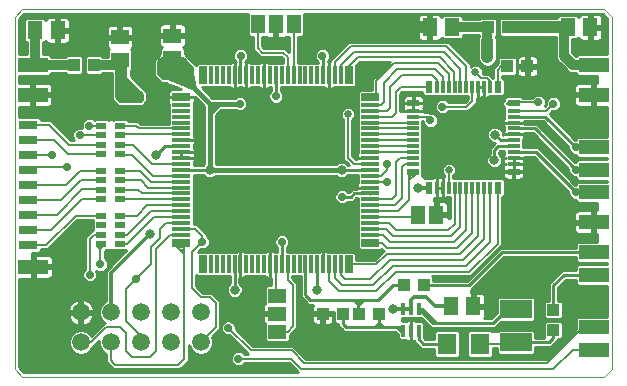
<source format=gtl>
G75*
%MOIN*%
%OFA0B0*%
%FSLAX25Y25*%
%IPPOS*%
%LPD*%
%AMOC8*
5,1,8,0,0,1.08239X$1,22.5*
%
%ADD10C,0.00000*%
%ADD11R,0.10000X0.05000*%
%ADD12R,0.05118X0.05906*%
%ADD13R,0.06299X0.07087*%
%ADD14R,0.10630X0.06299*%
%ADD15R,0.05906X0.05118*%
%ADD16R,0.06299X0.03150*%
%ADD17R,0.03937X0.04331*%
%ADD18R,0.04600X0.06300*%
%ADD19R,0.04331X0.03937*%
%ADD20R,0.03543X0.01969*%
%ADD21R,0.05906X0.02520*%
%ADD22R,0.05906X0.01260*%
%ADD23R,0.02520X0.05906*%
%ADD24R,0.01260X0.05906*%
%ADD25R,0.03937X0.02362*%
%ADD26R,0.03937X0.01181*%
%ADD27R,0.02362X0.03937*%
%ADD28R,0.01181X0.03937*%
%ADD29R,0.01575X0.04134*%
%ADD30C,0.05937*%
%ADD31R,0.06300X0.04600*%
%ADD32C,0.01000*%
%ADD33C,0.03169*%
%ADD34C,0.02775*%
%ADD35C,0.01400*%
%ADD36C,0.04000*%
%ADD37C,0.03200*%
%ADD38C,0.03150*%
%ADD39C,0.01200*%
%ADD40C,0.00800*%
%ADD41C,0.02400*%
%ADD42C,0.01600*%
%ADD43C,0.02578*%
D10*
X0005500Y0013000D02*
X0003000Y0015500D01*
X0003000Y0133000D01*
X0005500Y0135500D01*
X0199500Y0135500D01*
X0202000Y0133000D01*
X0202000Y0015500D01*
X0199500Y0013000D01*
X0005500Y0013000D01*
D11*
X0009100Y0049700D03*
X0009000Y0107000D03*
X0009000Y0117000D03*
X0196000Y0117000D03*
X0196000Y0107000D03*
X0196000Y0089500D03*
X0196000Y0082000D03*
X0196000Y0074500D03*
X0196000Y0064500D03*
X0196000Y0054500D03*
X0196000Y0047000D03*
X0196000Y0029500D03*
X0196000Y0022000D03*
D12*
X0155740Y0036500D03*
X0148260Y0036500D03*
X0148740Y0129500D03*
X0141260Y0129500D03*
X0187260Y0129500D03*
X0194740Y0129500D03*
X0017240Y0128500D03*
X0009760Y0128500D03*
D13*
X0146988Y0024000D03*
X0158012Y0024000D03*
D14*
X0170000Y0024488D03*
X0170000Y0035512D03*
D15*
X0055500Y0119260D03*
X0055500Y0126740D03*
X0038000Y0126240D03*
X0038000Y0118760D03*
D16*
X0007500Y0097000D03*
X0007500Y0092000D03*
X0007500Y0087000D03*
X0007500Y0082000D03*
X0007500Y0077000D03*
X0007500Y0072000D03*
X0007500Y0067000D03*
X0007500Y0062000D03*
X0007500Y0057000D03*
D17*
X0022654Y0117000D03*
X0029346Y0117000D03*
X0132654Y0043500D03*
X0139346Y0043500D03*
X0124346Y0034000D03*
X0117654Y0034000D03*
X0112346Y0034000D03*
X0105654Y0034000D03*
X0167154Y0116500D03*
X0173846Y0116500D03*
X0167346Y0129500D03*
X0160654Y0129500D03*
D18*
X0096000Y0130500D03*
X0090000Y0130500D03*
X0084000Y0130500D03*
X0137500Y0067000D03*
X0143500Y0067000D03*
D19*
X0182500Y0035346D03*
X0182500Y0028654D03*
D20*
X0038150Y0057276D03*
X0038150Y0060425D03*
X0038150Y0063575D03*
X0038150Y0066724D03*
X0031850Y0066724D03*
X0031850Y0063575D03*
X0031850Y0060425D03*
X0031850Y0057276D03*
X0031850Y0072276D03*
X0031850Y0075425D03*
X0031850Y0078575D03*
X0031850Y0081724D03*
X0038150Y0081724D03*
X0038150Y0078575D03*
X0038150Y0075425D03*
X0038150Y0072276D03*
X0038150Y0087276D03*
X0038150Y0090425D03*
X0038150Y0093575D03*
X0038150Y0096724D03*
X0031850Y0096724D03*
X0031850Y0093575D03*
X0031850Y0090425D03*
X0031850Y0087276D03*
D21*
X0058504Y0106252D03*
X0121496Y0106252D03*
X0121496Y0057748D03*
X0058504Y0057748D03*
D22*
X0058504Y0060346D03*
X0058504Y0062315D03*
X0058504Y0064283D03*
X0058504Y0066252D03*
X0058504Y0068220D03*
X0058504Y0070189D03*
X0058504Y0072157D03*
X0058504Y0074126D03*
X0058504Y0076094D03*
X0058504Y0078063D03*
X0058504Y0080031D03*
X0058504Y0082000D03*
X0058504Y0083969D03*
X0058504Y0085937D03*
X0058504Y0087906D03*
X0058504Y0089874D03*
X0058504Y0091843D03*
X0058504Y0093811D03*
X0058504Y0095780D03*
X0058504Y0097748D03*
X0058504Y0099717D03*
X0058504Y0101685D03*
X0058504Y0103654D03*
X0121496Y0103654D03*
X0121496Y0101685D03*
X0121496Y0099717D03*
X0121496Y0097748D03*
X0121496Y0095780D03*
X0121496Y0093811D03*
X0121496Y0091843D03*
X0121496Y0089874D03*
X0121496Y0087906D03*
X0121496Y0085937D03*
X0121496Y0083969D03*
X0121496Y0082000D03*
X0121496Y0080031D03*
X0121496Y0078063D03*
X0121496Y0076094D03*
X0121496Y0074126D03*
X0121496Y0072157D03*
X0121496Y0070189D03*
X0121496Y0068220D03*
X0121496Y0066252D03*
X0121496Y0064283D03*
X0121496Y0062315D03*
X0121496Y0060346D03*
D23*
X0114252Y0050504D03*
X0065748Y0050504D03*
X0065748Y0113496D03*
X0114252Y0113496D03*
D24*
X0111654Y0113496D03*
X0109685Y0113496D03*
X0107717Y0113496D03*
X0105748Y0113496D03*
X0103780Y0113496D03*
X0101811Y0113496D03*
X0099843Y0113496D03*
X0097874Y0113496D03*
X0095906Y0113496D03*
X0093937Y0113496D03*
X0091969Y0113496D03*
X0090000Y0113496D03*
X0088031Y0113496D03*
X0086063Y0113496D03*
X0084094Y0113496D03*
X0082126Y0113496D03*
X0080157Y0113496D03*
X0078189Y0113496D03*
X0076220Y0113496D03*
X0074252Y0113496D03*
X0072283Y0113496D03*
X0070315Y0113496D03*
X0068346Y0113496D03*
X0068346Y0050504D03*
X0070315Y0050504D03*
X0072283Y0050504D03*
X0074252Y0050504D03*
X0076220Y0050504D03*
X0078189Y0050504D03*
X0080157Y0050504D03*
X0082126Y0050504D03*
X0084094Y0050504D03*
X0086063Y0050504D03*
X0088031Y0050504D03*
X0090000Y0050504D03*
X0091969Y0050504D03*
X0093937Y0050504D03*
X0095906Y0050504D03*
X0097874Y0050504D03*
X0099843Y0050504D03*
X0101811Y0050504D03*
X0103780Y0050504D03*
X0105748Y0050504D03*
X0107717Y0050504D03*
X0109685Y0050504D03*
X0111654Y0050504D03*
D25*
X0135768Y0081409D03*
X0135768Y0104244D03*
X0169232Y0104244D03*
X0169232Y0081409D03*
D26*
X0169232Y0083969D03*
X0169232Y0085937D03*
X0169232Y0087906D03*
X0169232Y0089874D03*
X0169232Y0091843D03*
X0169232Y0093811D03*
X0169232Y0095780D03*
X0169232Y0097748D03*
X0169232Y0099717D03*
X0169232Y0101685D03*
X0135768Y0101685D03*
X0135768Y0099717D03*
X0135768Y0097748D03*
X0135768Y0095780D03*
X0135768Y0093811D03*
X0135768Y0091843D03*
X0135768Y0089874D03*
X0135768Y0087906D03*
X0135768Y0085937D03*
X0135768Y0083969D03*
D27*
X0141083Y0076094D03*
X0163917Y0076094D03*
X0163917Y0109559D03*
X0141083Y0109559D03*
D28*
X0143642Y0109559D03*
X0145610Y0109559D03*
X0147579Y0109559D03*
X0149547Y0109559D03*
X0151516Y0109559D03*
X0153484Y0109559D03*
X0155453Y0109559D03*
X0157421Y0109559D03*
X0159390Y0109559D03*
X0161358Y0109559D03*
X0161358Y0076094D03*
X0159390Y0076094D03*
X0157421Y0076094D03*
X0155453Y0076094D03*
X0153484Y0076094D03*
X0151516Y0076094D03*
X0149547Y0076094D03*
X0147579Y0076094D03*
X0145610Y0076094D03*
X0143642Y0076094D03*
D29*
X0137559Y0035642D03*
X0135000Y0035642D03*
X0132441Y0035642D03*
X0132441Y0028358D03*
X0135000Y0028358D03*
X0137559Y0028358D03*
D30*
X0065000Y0024500D03*
X0055000Y0024500D03*
X0045000Y0024500D03*
X0035000Y0024500D03*
X0025000Y0024500D03*
X0025000Y0034500D03*
X0035000Y0034500D03*
X0045000Y0034500D03*
X0055000Y0034500D03*
X0065000Y0034500D03*
D31*
X0090500Y0034100D03*
X0090500Y0028100D03*
X0090500Y0040100D03*
D32*
X0086250Y0039960D02*
X0077943Y0039960D01*
X0077715Y0039732D02*
X0078468Y0040485D01*
X0078875Y0041468D01*
X0078875Y0042532D01*
X0078468Y0043515D01*
X0077820Y0044162D01*
X0077820Y0046051D01*
X0078189Y0046051D01*
X0079016Y0046051D01*
X0079398Y0046153D01*
X0079740Y0046351D01*
X0079840Y0046451D01*
X0086380Y0046451D01*
X0086481Y0046351D01*
X0086823Y0046153D01*
X0087204Y0046051D01*
X0088031Y0046051D01*
X0088031Y0050504D01*
X0088031Y0054957D01*
X0087204Y0054957D01*
X0086823Y0054854D01*
X0086481Y0054657D01*
X0086380Y0054557D01*
X0079840Y0054557D01*
X0079740Y0054657D01*
X0079398Y0054854D01*
X0079016Y0054957D01*
X0078189Y0054957D01*
X0078189Y0050504D01*
X0078189Y0050504D01*
X0078189Y0054957D01*
X0077362Y0054957D01*
X0076980Y0054854D01*
X0076638Y0054657D01*
X0076538Y0054557D01*
X0064178Y0054557D01*
X0065134Y0055513D01*
X0065995Y0055513D01*
X0066909Y0055891D01*
X0067609Y0056591D01*
X0067987Y0057505D01*
X0067987Y0058495D01*
X0067609Y0059409D01*
X0067000Y0060018D01*
X0067000Y0060621D01*
X0063806Y0063815D01*
X0062557Y0063815D01*
X0062557Y0080400D01*
X0065817Y0080400D01*
X0066485Y0079732D01*
X0067468Y0079325D01*
X0068532Y0079325D01*
X0069515Y0079732D01*
X0069883Y0080100D01*
X0110117Y0080100D01*
X0110485Y0079732D01*
X0111468Y0079325D01*
X0112532Y0079325D01*
X0113515Y0079732D01*
X0114183Y0080400D01*
X0117443Y0080400D01*
X0117443Y0077746D01*
X0117343Y0077645D01*
X0117146Y0077303D01*
X0117043Y0076922D01*
X0117043Y0076095D01*
X0121496Y0076095D01*
X0121496Y0076094D01*
X0117043Y0076094D01*
X0117043Y0075726D01*
X0115337Y0075726D01*
X0114211Y0074600D01*
X0113918Y0074600D01*
X0113409Y0075109D01*
X0112495Y0075487D01*
X0111505Y0075487D01*
X0110591Y0075109D01*
X0109891Y0074409D01*
X0109513Y0073495D01*
X0109513Y0072505D01*
X0109891Y0071591D01*
X0110591Y0070891D01*
X0111505Y0070513D01*
X0112495Y0070513D01*
X0113409Y0070891D01*
X0113918Y0071400D01*
X0115537Y0071400D01*
X0116663Y0072526D01*
X0117443Y0072526D01*
X0117443Y0056033D01*
X0118088Y0055388D01*
X0124904Y0055388D01*
X0125197Y0055681D01*
X0125500Y0055379D01*
X0125879Y0055000D01*
X0125500Y0054621D01*
X0122883Y0052004D01*
X0116612Y0052004D01*
X0116612Y0053912D01*
X0115967Y0054557D01*
X0107399Y0054557D01*
X0107299Y0054657D01*
X0106957Y0054854D01*
X0106575Y0054957D01*
X0105748Y0054957D01*
X0104921Y0054957D01*
X0104539Y0054854D01*
X0104197Y0054657D01*
X0104097Y0054557D01*
X0093568Y0054557D01*
X0093568Y0056082D01*
X0094077Y0056591D01*
X0094456Y0057505D01*
X0094456Y0058495D01*
X0094077Y0059409D01*
X0093377Y0060109D01*
X0092463Y0060487D01*
X0091474Y0060487D01*
X0090559Y0060109D01*
X0089860Y0059409D01*
X0089481Y0058495D01*
X0089481Y0057505D01*
X0089860Y0056591D01*
X0090369Y0056082D01*
X0090369Y0054557D01*
X0089683Y0054557D01*
X0089582Y0054657D01*
X0089240Y0054854D01*
X0088859Y0054957D01*
X0088032Y0054957D01*
X0088032Y0050504D01*
X0088031Y0050504D01*
X0088032Y0050504D01*
X0088032Y0046051D01*
X0088500Y0046051D01*
X0088500Y0043500D01*
X0086894Y0043500D01*
X0086250Y0042856D01*
X0086250Y0037421D01*
X0086150Y0037321D01*
X0085952Y0036979D01*
X0085850Y0036597D01*
X0085850Y0034600D01*
X0090000Y0034600D01*
X0090000Y0033600D01*
X0085850Y0033600D01*
X0085850Y0031603D01*
X0085952Y0031221D01*
X0086150Y0030879D01*
X0086250Y0030779D01*
X0086250Y0025344D01*
X0086894Y0024700D01*
X0094106Y0024700D01*
X0094750Y0025344D01*
X0094750Y0026829D01*
X0097100Y0029179D01*
X0097100Y0044221D01*
X0096221Y0045100D01*
X0095437Y0045884D01*
X0095437Y0046451D01*
X0098243Y0046451D01*
X0098243Y0039495D01*
X0099900Y0037837D01*
X0100837Y0036900D01*
X0102377Y0036900D01*
X0102287Y0036744D01*
X0102185Y0036363D01*
X0102185Y0034484D01*
X0105169Y0034484D01*
X0105169Y0033516D01*
X0102185Y0033516D01*
X0102185Y0031637D01*
X0102287Y0031256D01*
X0102485Y0030914D01*
X0102764Y0030634D01*
X0103106Y0030437D01*
X0103488Y0030335D01*
X0105169Y0030335D01*
X0105169Y0033516D01*
X0106138Y0033516D01*
X0106138Y0034484D01*
X0109122Y0034484D01*
X0109122Y0034500D01*
X0109278Y0034500D01*
X0109278Y0031379D01*
X0109922Y0030735D01*
X0110746Y0030735D01*
X0110746Y0029991D01*
X0111684Y0029054D01*
X0111900Y0028837D01*
X0112837Y0027900D01*
X0129837Y0027900D01*
X0130554Y0027184D01*
X0130554Y0025836D01*
X0131198Y0025191D01*
X0133191Y0025191D01*
X0133292Y0025091D01*
X0133634Y0024894D01*
X0134015Y0024791D01*
X0135000Y0024791D01*
X0135959Y0024791D01*
X0135959Y0024778D01*
X0137400Y0023337D01*
X0138337Y0022400D01*
X0142739Y0022400D01*
X0142739Y0020001D01*
X0143383Y0019357D01*
X0150593Y0019357D01*
X0151238Y0020001D01*
X0151238Y0027999D01*
X0150593Y0028643D01*
X0143383Y0028643D01*
X0142739Y0027999D01*
X0142739Y0025600D01*
X0139663Y0025600D01*
X0139437Y0025826D01*
X0139446Y0025836D01*
X0139446Y0030881D01*
X0138802Y0031525D01*
X0136809Y0031525D01*
X0136708Y0031625D01*
X0136366Y0031823D01*
X0135985Y0031925D01*
X0135000Y0031925D01*
X0135000Y0028358D01*
X0135000Y0024791D01*
X0135000Y0028358D01*
X0135000Y0028358D01*
X0135000Y0031925D01*
X0134015Y0031925D01*
X0133634Y0031823D01*
X0133292Y0031625D01*
X0133191Y0031525D01*
X0132100Y0031525D01*
X0132100Y0032475D01*
X0133684Y0032475D01*
X0133720Y0032511D01*
X0133757Y0032475D01*
X0136243Y0032475D01*
X0136280Y0032511D01*
X0136316Y0032475D01*
X0138463Y0032475D01*
X0140601Y0030337D01*
X0141538Y0029400D01*
X0163163Y0029400D01*
X0164100Y0030337D01*
X0164100Y0030337D01*
X0165025Y0031262D01*
X0175771Y0031262D01*
X0176415Y0031907D01*
X0176415Y0039117D01*
X0175771Y0039761D01*
X0164229Y0039761D01*
X0163585Y0039117D01*
X0163585Y0034348D01*
X0161837Y0032600D01*
X0159473Y0032600D01*
X0159499Y0032626D01*
X0159697Y0032968D01*
X0159799Y0033350D01*
X0159799Y0036000D01*
X0156240Y0036000D01*
X0156240Y0037000D01*
X0155900Y0037000D01*
X0155900Y0038856D01*
X0155256Y0039500D01*
X0155240Y0039500D01*
X0155240Y0040953D01*
X0154900Y0040953D01*
X0154900Y0041900D01*
X0155163Y0041900D01*
X0166163Y0052900D01*
X0189900Y0052900D01*
X0189900Y0051544D01*
X0190544Y0050900D01*
X0200500Y0050900D01*
X0200500Y0050600D01*
X0190544Y0050600D01*
X0189900Y0049956D01*
X0189900Y0048600D01*
X0185337Y0048600D01*
X0184400Y0047663D01*
X0180900Y0044163D01*
X0180900Y0038415D01*
X0179879Y0038415D01*
X0179235Y0037771D01*
X0179235Y0032922D01*
X0179879Y0032278D01*
X0185121Y0032278D01*
X0185765Y0032922D01*
X0185765Y0037771D01*
X0185121Y0038415D01*
X0184100Y0038415D01*
X0184100Y0042837D01*
X0186663Y0045400D01*
X0189900Y0045400D01*
X0189900Y0044044D01*
X0190544Y0043400D01*
X0200500Y0043400D01*
X0200500Y0033100D01*
X0190544Y0033100D01*
X0189900Y0032456D01*
X0189900Y0029021D01*
X0179879Y0019000D01*
X0100121Y0019000D01*
X0096700Y0022421D01*
X0095821Y0023300D01*
X0082221Y0023300D01*
X0076587Y0028934D01*
X0076587Y0029795D01*
X0076209Y0030709D01*
X0075509Y0031409D01*
X0074595Y0031787D01*
X0073605Y0031787D01*
X0072691Y0031409D01*
X0071991Y0030709D01*
X0071613Y0029795D01*
X0071613Y0028805D01*
X0071991Y0027891D01*
X0072691Y0027191D01*
X0073605Y0026813D01*
X0074466Y0026813D01*
X0080779Y0020500D01*
X0079518Y0020500D01*
X0078909Y0021109D01*
X0077995Y0021487D01*
X0077005Y0021487D01*
X0076091Y0021109D01*
X0075391Y0020409D01*
X0075013Y0019495D01*
X0075013Y0018505D01*
X0075391Y0017591D01*
X0076091Y0016891D01*
X0077005Y0016513D01*
X0077995Y0016513D01*
X0078909Y0016891D01*
X0079518Y0017500D01*
X0094379Y0017500D01*
X0097379Y0014500D01*
X0006121Y0014500D01*
X0004500Y0016121D01*
X0004500Y0045700D01*
X0008600Y0045700D01*
X0008600Y0049200D01*
X0009600Y0049200D01*
X0009600Y0050200D01*
X0008600Y0050200D01*
X0008600Y0053700D01*
X0008600Y0054325D01*
X0011105Y0054325D01*
X0011750Y0054970D01*
X0011750Y0055500D01*
X0014121Y0055500D01*
X0023846Y0065224D01*
X0029039Y0065224D01*
X0029114Y0065150D01*
X0028979Y0065015D01*
X0028979Y0062135D01*
X0029114Y0062000D01*
X0029039Y0061925D01*
X0028804Y0061925D01*
X0027379Y0060500D01*
X0026500Y0059621D01*
X0026500Y0049018D01*
X0025891Y0048409D01*
X0025513Y0047495D01*
X0025513Y0046505D01*
X0025891Y0045591D01*
X0026591Y0044891D01*
X0027505Y0044513D01*
X0028495Y0044513D01*
X0029409Y0044891D01*
X0030109Y0045591D01*
X0030487Y0046505D01*
X0030487Y0047495D01*
X0030121Y0048379D01*
X0031005Y0048013D01*
X0031995Y0048013D01*
X0032909Y0048391D01*
X0033609Y0049091D01*
X0033987Y0050005D01*
X0033987Y0050995D01*
X0033609Y0051909D01*
X0033000Y0052518D01*
X0033000Y0054879D01*
X0033313Y0055191D01*
X0034078Y0055191D01*
X0034274Y0055388D01*
X0034462Y0055200D01*
X0035538Y0055200D01*
X0035726Y0055388D01*
X0035922Y0055191D01*
X0040187Y0055191D01*
X0034296Y0049300D01*
X0033300Y0048304D01*
X0033300Y0038200D01*
X0032695Y0037949D01*
X0031551Y0036805D01*
X0030931Y0035309D01*
X0030931Y0033691D01*
X0031551Y0032195D01*
X0032695Y0031051D01*
X0032861Y0030982D01*
X0032000Y0030121D01*
X0028518Y0026639D01*
X0028449Y0026805D01*
X0027305Y0027949D01*
X0025809Y0028568D01*
X0024191Y0028568D01*
X0022695Y0027949D01*
X0021551Y0026805D01*
X0020931Y0025309D01*
X0020931Y0023691D01*
X0021551Y0022195D01*
X0022695Y0021051D01*
X0024191Y0020431D01*
X0025809Y0020431D01*
X0027305Y0021051D01*
X0028449Y0022195D01*
X0028782Y0023000D01*
X0029121Y0023000D01*
X0030931Y0024810D01*
X0030931Y0023691D01*
X0031551Y0022195D01*
X0032695Y0021051D01*
X0033500Y0020718D01*
X0033500Y0017879D01*
X0034000Y0017379D01*
X0035000Y0016379D01*
X0035879Y0015500D01*
X0058121Y0015500D01*
X0061000Y0018379D01*
X0061000Y0023525D01*
X0061551Y0022195D01*
X0062695Y0021051D01*
X0064191Y0020431D01*
X0065809Y0020431D01*
X0067305Y0021051D01*
X0068449Y0022195D01*
X0069068Y0023691D01*
X0069068Y0025309D01*
X0068735Y0026114D01*
X0071500Y0028879D01*
X0071500Y0038121D01*
X0070621Y0039000D01*
X0068621Y0041000D01*
X0065621Y0041000D01*
X0063500Y0043121D01*
X0063500Y0046984D01*
X0064033Y0046451D01*
X0074620Y0046451D01*
X0074620Y0044203D01*
X0073932Y0043515D01*
X0073525Y0042532D01*
X0073525Y0041468D01*
X0073932Y0040485D01*
X0074685Y0039732D01*
X0075668Y0039325D01*
X0076732Y0039325D01*
X0077715Y0039732D01*
X0078664Y0040958D02*
X0086250Y0040958D01*
X0086250Y0041957D02*
X0078875Y0041957D01*
X0078699Y0042955D02*
X0086350Y0042955D01*
X0088500Y0043954D02*
X0078029Y0043954D01*
X0077820Y0044952D02*
X0088500Y0044952D01*
X0088500Y0045951D02*
X0077820Y0045951D01*
X0078189Y0046051D02*
X0078189Y0050504D01*
X0078189Y0046051D01*
X0078189Y0046949D02*
X0078189Y0046949D01*
X0078189Y0047948D02*
X0078189Y0047948D01*
X0078189Y0048946D02*
X0078189Y0048946D01*
X0078189Y0049945D02*
X0078189Y0049945D01*
X0078189Y0050504D02*
X0078189Y0050504D01*
X0078189Y0050943D02*
X0078189Y0050943D01*
X0078189Y0051942D02*
X0078189Y0051942D01*
X0078189Y0052940D02*
X0078189Y0052940D01*
X0078189Y0053939D02*
X0078189Y0053939D01*
X0078189Y0054937D02*
X0078189Y0054937D01*
X0079088Y0054937D02*
X0087132Y0054937D01*
X0088031Y0054937D02*
X0088032Y0054937D01*
X0088931Y0054937D02*
X0090369Y0054937D01*
X0090369Y0055936D02*
X0066954Y0055936D01*
X0067751Y0056934D02*
X0089717Y0056934D01*
X0089481Y0057933D02*
X0067987Y0057933D01*
X0067806Y0058932D02*
X0089662Y0058932D01*
X0090381Y0059930D02*
X0067088Y0059930D01*
X0066693Y0060929D02*
X0117443Y0060929D01*
X0117443Y0061927D02*
X0065694Y0061927D01*
X0064696Y0062926D02*
X0117443Y0062926D01*
X0117443Y0063924D02*
X0062557Y0063924D01*
X0062557Y0064923D02*
X0117443Y0064923D01*
X0117443Y0065921D02*
X0062557Y0065921D01*
X0062557Y0066920D02*
X0117443Y0066920D01*
X0117443Y0067918D02*
X0062557Y0067918D01*
X0062557Y0068917D02*
X0117443Y0068917D01*
X0117443Y0069915D02*
X0062557Y0069915D01*
X0062557Y0070914D02*
X0110569Y0070914D01*
X0109758Y0071912D02*
X0062557Y0071912D01*
X0062557Y0072911D02*
X0109513Y0072911D01*
X0109684Y0073909D02*
X0062557Y0073909D01*
X0062557Y0074908D02*
X0110390Y0074908D01*
X0112000Y0073000D02*
X0114874Y0073000D01*
X0116000Y0074126D01*
X0121496Y0074126D01*
X0121370Y0074000D01*
X0117443Y0071912D02*
X0116049Y0071912D01*
X0117443Y0070914D02*
X0113431Y0070914D01*
X0113610Y0074908D02*
X0114519Y0074908D01*
X0117043Y0075906D02*
X0062557Y0075906D01*
X0062557Y0076905D02*
X0117043Y0076905D01*
X0117443Y0077903D02*
X0062557Y0077903D01*
X0062557Y0078902D02*
X0117443Y0078902D01*
X0117443Y0079900D02*
X0113683Y0079900D01*
X0112000Y0082000D02*
X0121496Y0082000D01*
X0121496Y0085937D02*
X0117043Y0085937D01*
X0117043Y0085468D01*
X0116653Y0085468D01*
X0115500Y0086621D01*
X0115500Y0098621D01*
X0116389Y0099510D01*
X0116389Y0101490D01*
X0114990Y0102889D01*
X0113010Y0102889D01*
X0111611Y0101490D01*
X0111611Y0099510D01*
X0112500Y0098621D01*
X0112500Y0085379D01*
X0113379Y0084500D01*
X0114279Y0083600D01*
X0114183Y0083600D01*
X0113515Y0084268D01*
X0112532Y0084675D01*
X0111468Y0084675D01*
X0110485Y0084268D01*
X0110117Y0083900D01*
X0069900Y0083900D01*
X0069900Y0100213D01*
X0070900Y0101213D01*
X0071787Y0102100D01*
X0076382Y0102100D01*
X0076591Y0101891D01*
X0077505Y0101513D01*
X0078495Y0101513D01*
X0079409Y0101891D01*
X0080109Y0102591D01*
X0080487Y0103505D01*
X0080487Y0104495D01*
X0080109Y0105409D01*
X0079409Y0106109D01*
X0078495Y0106487D01*
X0077505Y0106487D01*
X0076591Y0106109D01*
X0076382Y0105900D01*
X0068787Y0105900D01*
X0065244Y0109443D01*
X0074569Y0109443D01*
X0074670Y0109343D01*
X0075012Y0109146D01*
X0075393Y0109043D01*
X0076220Y0109043D01*
X0076220Y0113496D01*
X0076221Y0113496D01*
X0076221Y0109043D01*
X0077048Y0109043D01*
X0077429Y0109146D01*
X0077771Y0109343D01*
X0077872Y0109443D01*
X0078506Y0109443D01*
X0078607Y0109343D01*
X0078949Y0109146D01*
X0079330Y0109043D01*
X0080157Y0109043D01*
X0080157Y0113496D01*
X0080158Y0113496D01*
X0080158Y0109043D01*
X0080985Y0109043D01*
X0081366Y0109146D01*
X0081708Y0109343D01*
X0081809Y0109443D01*
X0084412Y0109443D01*
X0084512Y0109343D01*
X0084854Y0109146D01*
X0085236Y0109043D01*
X0086063Y0109043D01*
X0086890Y0109043D01*
X0087272Y0109146D01*
X0087614Y0109343D01*
X0087714Y0109443D01*
X0088400Y0109443D01*
X0088400Y0108418D01*
X0087891Y0107909D01*
X0087513Y0106995D01*
X0087513Y0106005D01*
X0087891Y0105091D01*
X0088591Y0104391D01*
X0089505Y0104013D01*
X0090495Y0104013D01*
X0091409Y0104391D01*
X0092109Y0105091D01*
X0092487Y0106005D01*
X0092487Y0106995D01*
X0092109Y0107909D01*
X0091600Y0108418D01*
X0091600Y0109443D01*
X0106065Y0109443D01*
X0106166Y0109343D01*
X0106508Y0109146D01*
X0106889Y0109043D01*
X0107716Y0109043D01*
X0107716Y0113496D01*
X0107717Y0113496D01*
X0107717Y0109043D01*
X0108544Y0109043D01*
X0108925Y0109146D01*
X0109267Y0109343D01*
X0109368Y0109443D01*
X0115967Y0109443D01*
X0116612Y0110088D01*
X0116612Y0116740D01*
X0117871Y0118000D01*
X0127879Y0118000D01*
X0122879Y0113000D01*
X0122879Y0113000D01*
X0122000Y0112121D01*
X0122000Y0108612D01*
X0118088Y0108612D01*
X0117443Y0107967D01*
X0117443Y0087588D01*
X0117343Y0087488D01*
X0117146Y0087146D01*
X0117043Y0086764D01*
X0117043Y0085937D01*
X0121496Y0085937D01*
X0121496Y0085937D01*
X0117043Y0085891D02*
X0116230Y0085891D01*
X0115500Y0086890D02*
X0117077Y0086890D01*
X0117443Y0087888D02*
X0115500Y0087888D01*
X0115500Y0088887D02*
X0117443Y0088887D01*
X0117443Y0089885D02*
X0115500Y0089885D01*
X0115500Y0090884D02*
X0117443Y0090884D01*
X0117443Y0091882D02*
X0115500Y0091882D01*
X0115500Y0092881D02*
X0117443Y0092881D01*
X0117443Y0093879D02*
X0115500Y0093879D01*
X0115500Y0094878D02*
X0117443Y0094878D01*
X0117443Y0095876D02*
X0115500Y0095876D01*
X0115500Y0096875D02*
X0117443Y0096875D01*
X0117443Y0097873D02*
X0115500Y0097873D01*
X0115750Y0098872D02*
X0117443Y0098872D01*
X0117443Y0099870D02*
X0116389Y0099870D01*
X0116389Y0100869D02*
X0117443Y0100869D01*
X0117443Y0101868D02*
X0116011Y0101868D01*
X0115012Y0102866D02*
X0117443Y0102866D01*
X0117443Y0103865D02*
X0080487Y0103865D01*
X0080335Y0104863D02*
X0088119Y0104863D01*
X0087572Y0105862D02*
X0079656Y0105862D01*
X0080223Y0102866D02*
X0112987Y0102866D01*
X0111989Y0101868D02*
X0079352Y0101868D01*
X0076648Y0101868D02*
X0071555Y0101868D01*
X0070556Y0100869D02*
X0111611Y0100869D01*
X0111611Y0099870D02*
X0069900Y0099870D01*
X0069900Y0098872D02*
X0112249Y0098872D01*
X0112500Y0097873D02*
X0069900Y0097873D01*
X0069900Y0096875D02*
X0112500Y0096875D01*
X0112500Y0095876D02*
X0069900Y0095876D01*
X0069900Y0094878D02*
X0112500Y0094878D01*
X0112500Y0093879D02*
X0069900Y0093879D01*
X0069900Y0092881D02*
X0112500Y0092881D01*
X0112500Y0091882D02*
X0069900Y0091882D01*
X0069900Y0090884D02*
X0112500Y0090884D01*
X0112500Y0089885D02*
X0069900Y0089885D01*
X0069900Y0088887D02*
X0112500Y0088887D01*
X0112500Y0087888D02*
X0069900Y0087888D01*
X0069900Y0086890D02*
X0112500Y0086890D01*
X0112500Y0085891D02*
X0069900Y0085891D01*
X0069900Y0084893D02*
X0112986Y0084893D01*
X0113379Y0084500D02*
X0113379Y0084500D01*
X0113888Y0083894D02*
X0113984Y0083894D01*
X0110317Y0079900D02*
X0069683Y0079900D01*
X0068000Y0082000D02*
X0058504Y0082000D01*
X0062557Y0083600D02*
X0062557Y0084286D01*
X0062657Y0084386D01*
X0062854Y0084728D01*
X0062957Y0085110D01*
X0062957Y0085937D01*
X0062957Y0086764D01*
X0062915Y0086921D01*
X0062957Y0087078D01*
X0062957Y0087905D01*
X0062138Y0087905D01*
X0062138Y0087906D01*
X0062957Y0087906D01*
X0062957Y0088733D01*
X0062854Y0089114D01*
X0062657Y0089456D01*
X0062557Y0089557D01*
X0062557Y0090191D01*
X0062657Y0090292D01*
X0062854Y0090634D01*
X0062957Y0091015D01*
X0062957Y0091842D01*
X0058504Y0091842D01*
X0058504Y0091843D01*
X0062957Y0091843D01*
X0062957Y0092670D01*
X0062854Y0093051D01*
X0062657Y0093393D01*
X0062557Y0093494D01*
X0062557Y0103971D01*
X0062657Y0104071D01*
X0062854Y0104413D01*
X0062957Y0104795D01*
X0062957Y0106122D01*
X0058634Y0106122D01*
X0058634Y0106382D01*
X0062931Y0106382D01*
X0066100Y0103213D01*
X0066100Y0083883D01*
X0065817Y0083600D01*
X0062557Y0083600D01*
X0062557Y0083894D02*
X0066100Y0083894D01*
X0066100Y0084893D02*
X0062899Y0084893D01*
X0062957Y0085891D02*
X0066100Y0085891D01*
X0066100Y0086890D02*
X0062923Y0086890D01*
X0062957Y0085937D02*
X0062138Y0085937D01*
X0062138Y0085937D01*
X0062957Y0085937D01*
X0063937Y0085937D02*
X0065000Y0087000D01*
X0064094Y0087906D01*
X0058504Y0087906D01*
X0058504Y0087905D02*
X0058504Y0087905D01*
X0058504Y0085937D01*
X0063937Y0085937D01*
X0062957Y0087888D02*
X0066100Y0087888D01*
X0066100Y0088887D02*
X0062915Y0088887D01*
X0062557Y0089885D02*
X0066100Y0089885D01*
X0066100Y0090884D02*
X0062922Y0090884D01*
X0062957Y0091882D02*
X0066100Y0091882D01*
X0066100Y0092881D02*
X0062900Y0092881D01*
X0062557Y0093879D02*
X0066100Y0093879D01*
X0066100Y0094878D02*
X0062557Y0094878D01*
X0062557Y0095876D02*
X0066100Y0095876D01*
X0066100Y0096875D02*
X0062557Y0096875D01*
X0062557Y0097873D02*
X0066100Y0097873D01*
X0066100Y0098872D02*
X0062557Y0098872D01*
X0062557Y0099870D02*
X0066100Y0099870D01*
X0066100Y0100869D02*
X0062557Y0100869D01*
X0062557Y0101868D02*
X0066100Y0101868D01*
X0066100Y0102866D02*
X0062557Y0102866D01*
X0062557Y0103865D02*
X0065448Y0103865D01*
X0064450Y0104863D02*
X0062957Y0104863D01*
X0062957Y0105862D02*
X0063451Y0105862D01*
X0066828Y0107859D02*
X0087870Y0107859D01*
X0087513Y0106860D02*
X0067827Y0106860D01*
X0065830Y0108857D02*
X0088400Y0108857D01*
X0086063Y0109043D02*
X0086063Y0113496D01*
X0086063Y0113496D01*
X0086063Y0109043D01*
X0086063Y0109856D02*
X0086063Y0109856D01*
X0086063Y0110854D02*
X0086063Y0110854D01*
X0086063Y0111853D02*
X0086063Y0111853D01*
X0086063Y0112851D02*
X0086063Y0112851D01*
X0086063Y0113496D02*
X0086063Y0117949D01*
X0086063Y0113496D01*
X0086063Y0113496D01*
X0086063Y0113850D02*
X0086063Y0113850D01*
X0086063Y0114848D02*
X0086063Y0114848D01*
X0086063Y0115847D02*
X0086063Y0115847D01*
X0086063Y0116845D02*
X0086063Y0116845D01*
X0086063Y0117844D02*
X0086063Y0117844D01*
X0086063Y0117949D02*
X0085236Y0117949D01*
X0084854Y0117847D01*
X0084512Y0117649D01*
X0084412Y0117549D01*
X0081809Y0117549D01*
X0081708Y0117649D01*
X0081366Y0117847D01*
X0080985Y0117949D01*
X0080158Y0117949D01*
X0080158Y0113496D01*
X0080157Y0113496D01*
X0080157Y0117949D01*
X0079789Y0117949D01*
X0079789Y0118071D01*
X0080309Y0118591D01*
X0080687Y0119505D01*
X0080687Y0120495D01*
X0080309Y0121409D01*
X0079609Y0122109D01*
X0078695Y0122487D01*
X0077705Y0122487D01*
X0076791Y0122109D01*
X0076091Y0121409D01*
X0075713Y0120495D01*
X0075713Y0119505D01*
X0076091Y0118591D01*
X0076589Y0118093D01*
X0076589Y0117949D01*
X0076221Y0117949D01*
X0076221Y0113496D01*
X0076220Y0113496D01*
X0076220Y0117949D01*
X0075393Y0117949D01*
X0075012Y0117847D01*
X0074670Y0117649D01*
X0074569Y0117549D01*
X0064033Y0117549D01*
X0063444Y0116960D01*
X0062704Y0117700D01*
X0060700Y0119704D01*
X0060700Y0119704D01*
X0059704Y0120700D01*
X0059553Y0120700D01*
X0059553Y0122275D01*
X0059039Y0122788D01*
X0059374Y0122981D01*
X0059653Y0123260D01*
X0059851Y0123602D01*
X0059953Y0123984D01*
X0059953Y0126240D01*
X0056000Y0126240D01*
X0056000Y0127240D01*
X0059953Y0127240D01*
X0059953Y0129497D01*
X0059851Y0129878D01*
X0059653Y0130220D01*
X0059374Y0130499D01*
X0059032Y0130697D01*
X0058650Y0130799D01*
X0056000Y0130799D01*
X0056000Y0127240D01*
X0055000Y0127240D01*
X0055000Y0126240D01*
X0051047Y0126240D01*
X0051047Y0123984D01*
X0051149Y0123602D01*
X0051347Y0123260D01*
X0051626Y0122981D01*
X0051961Y0122788D01*
X0051447Y0122275D01*
X0051447Y0120700D01*
X0051296Y0120700D01*
X0050296Y0119700D01*
X0050296Y0119700D01*
X0049300Y0118704D01*
X0049300Y0113296D01*
X0050800Y0111796D01*
X0051796Y0110800D01*
X0053418Y0110800D01*
X0054383Y0110400D01*
X0054710Y0110400D01*
X0058279Y0109012D01*
X0055354Y0109012D01*
X0054972Y0108910D01*
X0054630Y0108712D01*
X0054351Y0108433D01*
X0054153Y0108091D01*
X0054051Y0107709D01*
X0054051Y0106382D01*
X0058374Y0106382D01*
X0058374Y0106122D01*
X0054051Y0106122D01*
X0054051Y0104795D01*
X0054153Y0104413D01*
X0054351Y0104071D01*
X0054451Y0103971D01*
X0054451Y0097280D01*
X0044942Y0097280D01*
X0043997Y0098224D01*
X0040961Y0098224D01*
X0040377Y0098809D01*
X0035922Y0098809D01*
X0035726Y0098612D01*
X0035538Y0098800D01*
X0034462Y0098800D01*
X0034274Y0098612D01*
X0034078Y0098809D01*
X0029623Y0098809D01*
X0029416Y0098602D01*
X0029209Y0098809D01*
X0028295Y0099187D01*
X0027305Y0099187D01*
X0026391Y0098809D01*
X0025691Y0098109D01*
X0025313Y0097195D01*
X0025313Y0096205D01*
X0025417Y0095954D01*
X0025095Y0096087D01*
X0024105Y0096087D01*
X0023191Y0095709D01*
X0022491Y0095009D01*
X0022113Y0094095D01*
X0022113Y0093105D01*
X0022491Y0092191D01*
X0022757Y0091925D01*
X0021696Y0091925D01*
X0015121Y0098500D01*
X0011750Y0098500D01*
X0011750Y0099030D01*
X0011105Y0099675D01*
X0004500Y0099675D01*
X0004500Y0103000D01*
X0008500Y0103000D01*
X0008500Y0106500D01*
X0009500Y0106500D01*
X0009500Y0107500D01*
X0008500Y0107500D01*
X0008500Y0111000D01*
X0004500Y0111000D01*
X0004500Y0113400D01*
X0014456Y0113400D01*
X0015100Y0114044D01*
X0015100Y0114300D01*
X0019664Y0114300D01*
X0020229Y0113735D01*
X0025078Y0113735D01*
X0025722Y0114379D01*
X0025722Y0119621D01*
X0025078Y0120265D01*
X0020229Y0120265D01*
X0019664Y0119700D01*
X0015100Y0119700D01*
X0015100Y0119956D01*
X0014456Y0120600D01*
X0012460Y0120600D01*
X0012460Y0124447D01*
X0012775Y0124447D01*
X0013288Y0124961D01*
X0013481Y0124626D01*
X0013760Y0124347D01*
X0014102Y0124149D01*
X0014484Y0124047D01*
X0016740Y0124047D01*
X0016740Y0128000D01*
X0017740Y0128000D01*
X0017740Y0124047D01*
X0019997Y0124047D01*
X0020378Y0124149D01*
X0020720Y0124347D01*
X0020999Y0124626D01*
X0021197Y0124968D01*
X0021299Y0125350D01*
X0021299Y0128000D01*
X0017740Y0128000D01*
X0017740Y0129000D01*
X0016740Y0129000D01*
X0016740Y0132953D01*
X0014484Y0132953D01*
X0014102Y0132851D01*
X0013760Y0132653D01*
X0013481Y0132374D01*
X0013288Y0132039D01*
X0012775Y0132553D01*
X0006745Y0132553D01*
X0006101Y0131908D01*
X0006101Y0125092D01*
X0006745Y0124447D01*
X0007060Y0124447D01*
X0007060Y0120600D01*
X0004500Y0120600D01*
X0004500Y0132379D01*
X0006121Y0134000D01*
X0080600Y0134000D01*
X0080600Y0126894D01*
X0081244Y0126250D01*
X0082500Y0126250D01*
X0082500Y0121879D01*
X0083379Y0121000D01*
X0084879Y0119500D01*
X0091879Y0119500D01*
X0092437Y0118942D01*
X0092437Y0117549D01*
X0087714Y0117549D01*
X0087614Y0117649D01*
X0087272Y0117847D01*
X0086890Y0117949D01*
X0086063Y0117949D01*
X0087277Y0117844D02*
X0092437Y0117844D01*
X0092437Y0118842D02*
X0080413Y0118842D01*
X0080157Y0117844D02*
X0080158Y0117844D01*
X0080157Y0116845D02*
X0080158Y0116845D01*
X0080157Y0115847D02*
X0080158Y0115847D01*
X0080157Y0114848D02*
X0080158Y0114848D01*
X0080157Y0113850D02*
X0080158Y0113850D01*
X0080157Y0112851D02*
X0080158Y0112851D01*
X0080157Y0111853D02*
X0080158Y0111853D01*
X0080157Y0110854D02*
X0080158Y0110854D01*
X0080157Y0109856D02*
X0080158Y0109856D01*
X0076221Y0109856D02*
X0076220Y0109856D01*
X0076220Y0110854D02*
X0076221Y0110854D01*
X0076220Y0111853D02*
X0076221Y0111853D01*
X0076220Y0112851D02*
X0076221Y0112851D01*
X0076220Y0113850D02*
X0076221Y0113850D01*
X0076220Y0114848D02*
X0076221Y0114848D01*
X0076220Y0115847D02*
X0076221Y0115847D01*
X0076220Y0116845D02*
X0076221Y0116845D01*
X0076220Y0117844D02*
X0076221Y0117844D01*
X0075987Y0118842D02*
X0061562Y0118842D01*
X0062560Y0117844D02*
X0075007Y0117844D01*
X0075713Y0119841D02*
X0060563Y0119841D01*
X0059553Y0120839D02*
X0075855Y0120839D01*
X0076520Y0121838D02*
X0059553Y0121838D01*
X0059123Y0122836D02*
X0082500Y0122836D01*
X0082500Y0123835D02*
X0059913Y0123835D01*
X0059953Y0124833D02*
X0082500Y0124833D01*
X0082500Y0125832D02*
X0059953Y0125832D01*
X0059953Y0127829D02*
X0080600Y0127829D01*
X0080600Y0128827D02*
X0059953Y0128827D01*
X0059865Y0129826D02*
X0080600Y0129826D01*
X0080600Y0130824D02*
X0021299Y0130824D01*
X0021299Y0131650D02*
X0021299Y0129000D01*
X0017740Y0129000D01*
X0017740Y0132953D01*
X0019997Y0132953D01*
X0020378Y0132851D01*
X0020720Y0132653D01*
X0020999Y0132374D01*
X0021197Y0132032D01*
X0021299Y0131650D01*
X0021253Y0131823D02*
X0080600Y0131823D01*
X0080600Y0132821D02*
X0020429Y0132821D01*
X0017740Y0132821D02*
X0016740Y0132821D01*
X0016740Y0131823D02*
X0017740Y0131823D01*
X0017740Y0130824D02*
X0016740Y0130824D01*
X0016740Y0129826D02*
X0017740Y0129826D01*
X0017740Y0128827D02*
X0033547Y0128827D01*
X0033547Y0128997D02*
X0033547Y0126740D01*
X0037500Y0126740D01*
X0037500Y0125740D01*
X0033547Y0125740D01*
X0033547Y0123484D01*
X0033649Y0123102D01*
X0033847Y0122760D01*
X0034126Y0122481D01*
X0034461Y0122288D01*
X0033947Y0121775D01*
X0033947Y0119700D01*
X0032336Y0119700D01*
X0031771Y0120265D01*
X0026922Y0120265D01*
X0026278Y0119621D01*
X0026278Y0114379D01*
X0026922Y0113735D01*
X0031771Y0113735D01*
X0032336Y0114300D01*
X0035400Y0114300D01*
X0035400Y0105337D01*
X0035786Y0104951D01*
X0035872Y0104744D01*
X0036744Y0103872D01*
X0036951Y0103786D01*
X0037337Y0103400D01*
X0045663Y0103400D01*
X0046163Y0103900D01*
X0047100Y0104837D01*
X0047100Y0107663D01*
X0046714Y0108049D01*
X0046628Y0108256D01*
X0045756Y0109128D01*
X0045549Y0109214D01*
X0041600Y0113163D01*
X0041600Y0115292D01*
X0042053Y0115745D01*
X0042053Y0121775D01*
X0041539Y0122288D01*
X0041874Y0122481D01*
X0042153Y0122760D01*
X0042351Y0123102D01*
X0042453Y0123484D01*
X0042453Y0125740D01*
X0038500Y0125740D01*
X0038500Y0126740D01*
X0042453Y0126740D01*
X0042453Y0128997D01*
X0042351Y0129378D01*
X0042153Y0129720D01*
X0041874Y0129999D01*
X0041532Y0130197D01*
X0041150Y0130299D01*
X0038500Y0130299D01*
X0038500Y0126740D01*
X0037500Y0126740D01*
X0037500Y0130299D01*
X0034850Y0130299D01*
X0034468Y0130197D01*
X0034126Y0129999D01*
X0033847Y0129720D01*
X0033649Y0129378D01*
X0033547Y0128997D01*
X0033953Y0129826D02*
X0021299Y0129826D01*
X0021299Y0127829D02*
X0033547Y0127829D01*
X0033547Y0126830D02*
X0021299Y0126830D01*
X0021299Y0125832D02*
X0037500Y0125832D01*
X0037500Y0126830D02*
X0038500Y0126830D01*
X0038500Y0125832D02*
X0051047Y0125832D01*
X0051047Y0124833D02*
X0042453Y0124833D01*
X0042453Y0123835D02*
X0051087Y0123835D01*
X0051877Y0122836D02*
X0042197Y0122836D01*
X0041990Y0121838D02*
X0051447Y0121838D01*
X0051447Y0120839D02*
X0042053Y0120839D01*
X0042053Y0119841D02*
X0050437Y0119841D01*
X0049438Y0118842D02*
X0042053Y0118842D01*
X0042053Y0117844D02*
X0049300Y0117844D01*
X0049300Y0116845D02*
X0042053Y0116845D01*
X0042053Y0115847D02*
X0049300Y0115847D01*
X0049300Y0114848D02*
X0041600Y0114848D01*
X0041600Y0113850D02*
X0049300Y0113850D01*
X0049745Y0112851D02*
X0041912Y0112851D01*
X0042910Y0111853D02*
X0050743Y0111853D01*
X0051742Y0110854D02*
X0043909Y0110854D01*
X0044907Y0109856D02*
X0056110Y0109856D01*
X0054881Y0108857D02*
X0046027Y0108857D01*
X0046904Y0107859D02*
X0054091Y0107859D01*
X0054051Y0106860D02*
X0047100Y0106860D01*
X0047100Y0105862D02*
X0054051Y0105862D01*
X0054051Y0104863D02*
X0047100Y0104863D01*
X0046127Y0103865D02*
X0054451Y0103865D01*
X0054451Y0102866D02*
X0004500Y0102866D01*
X0004500Y0101868D02*
X0054451Y0101868D01*
X0054451Y0100869D02*
X0004500Y0100869D01*
X0004500Y0099870D02*
X0054451Y0099870D01*
X0054451Y0098872D02*
X0029056Y0098872D01*
X0026544Y0098872D02*
X0011750Y0098872D01*
X0015748Y0097873D02*
X0025594Y0097873D01*
X0025313Y0096875D02*
X0016746Y0096875D01*
X0017745Y0095876D02*
X0023596Y0095876D01*
X0022437Y0094878D02*
X0018743Y0094878D01*
X0019742Y0093879D02*
X0022113Y0093879D01*
X0022205Y0092881D02*
X0020740Y0092881D01*
X0014921Y0103300D02*
X0014579Y0103102D01*
X0014197Y0103000D01*
X0009500Y0103000D01*
X0009500Y0106500D01*
X0015500Y0106500D01*
X0015500Y0104303D01*
X0015398Y0103921D01*
X0015200Y0103579D01*
X0014921Y0103300D01*
X0015365Y0103865D02*
X0036762Y0103865D01*
X0035823Y0104863D02*
X0015500Y0104863D01*
X0015500Y0105862D02*
X0035400Y0105862D01*
X0035400Y0106860D02*
X0009500Y0106860D01*
X0009500Y0107500D02*
X0015500Y0107500D01*
X0015500Y0109697D01*
X0015398Y0110079D01*
X0015200Y0110421D01*
X0014921Y0110700D01*
X0014579Y0110898D01*
X0014197Y0111000D01*
X0009500Y0111000D01*
X0009500Y0107500D01*
X0009500Y0107859D02*
X0008500Y0107859D01*
X0008500Y0108857D02*
X0009500Y0108857D01*
X0009500Y0109856D02*
X0008500Y0109856D01*
X0008500Y0110854D02*
X0009500Y0110854D01*
X0004500Y0111853D02*
X0035400Y0111853D01*
X0035400Y0112851D02*
X0004500Y0112851D01*
X0008500Y0105862D02*
X0009500Y0105862D01*
X0009500Y0104863D02*
X0008500Y0104863D01*
X0008500Y0103865D02*
X0009500Y0103865D01*
X0015500Y0107859D02*
X0035400Y0107859D01*
X0035400Y0108857D02*
X0015500Y0108857D01*
X0015458Y0109856D02*
X0035400Y0109856D01*
X0035400Y0110854D02*
X0014655Y0110854D01*
X0014905Y0113850D02*
X0020114Y0113850D01*
X0025193Y0113850D02*
X0026807Y0113850D01*
X0026278Y0114848D02*
X0025722Y0114848D01*
X0025722Y0115847D02*
X0026278Y0115847D01*
X0026278Y0116845D02*
X0025722Y0116845D01*
X0025722Y0117844D02*
X0026278Y0117844D01*
X0026278Y0118842D02*
X0025722Y0118842D01*
X0025502Y0119841D02*
X0026498Y0119841D01*
X0032195Y0119841D02*
X0033947Y0119841D01*
X0033947Y0120839D02*
X0012460Y0120839D01*
X0012460Y0121838D02*
X0034010Y0121838D01*
X0033803Y0122836D02*
X0012460Y0122836D01*
X0012460Y0123835D02*
X0033547Y0123835D01*
X0033547Y0124833D02*
X0021119Y0124833D01*
X0017740Y0124833D02*
X0016740Y0124833D01*
X0016740Y0125832D02*
X0017740Y0125832D01*
X0017740Y0126830D02*
X0016740Y0126830D01*
X0016740Y0127829D02*
X0017740Y0127829D01*
X0013361Y0124833D02*
X0013161Y0124833D01*
X0007060Y0123835D02*
X0004500Y0123835D01*
X0004500Y0124833D02*
X0006359Y0124833D01*
X0006101Y0125832D02*
X0004500Y0125832D01*
X0004500Y0126830D02*
X0006101Y0126830D01*
X0006101Y0127829D02*
X0004500Y0127829D01*
X0004500Y0128827D02*
X0006101Y0128827D01*
X0006101Y0129826D02*
X0004500Y0129826D01*
X0004500Y0130824D02*
X0006101Y0130824D01*
X0006101Y0131823D02*
X0004500Y0131823D01*
X0004943Y0132821D02*
X0014052Y0132821D01*
X0005941Y0133820D02*
X0080600Y0133820D01*
X0089500Y0130000D02*
X0090500Y0130000D01*
X0090500Y0125850D01*
X0092497Y0125850D01*
X0092879Y0125952D01*
X0093221Y0126150D01*
X0093321Y0126250D01*
X0094406Y0126250D01*
X0094406Y0121216D01*
X0094000Y0121621D01*
X0094000Y0121621D01*
X0093121Y0122500D01*
X0086121Y0122500D01*
X0085500Y0123121D01*
X0085500Y0126250D01*
X0086679Y0126250D01*
X0086779Y0126150D01*
X0087121Y0125952D01*
X0087503Y0125850D01*
X0089500Y0125850D01*
X0089500Y0130000D01*
X0089500Y0129826D02*
X0090500Y0129826D01*
X0090500Y0128827D02*
X0089500Y0128827D01*
X0089500Y0127829D02*
X0090500Y0127829D01*
X0090500Y0126830D02*
X0089500Y0126830D01*
X0085500Y0125832D02*
X0094406Y0125832D01*
X0094406Y0124833D02*
X0085500Y0124833D01*
X0085500Y0123835D02*
X0094406Y0123835D01*
X0094406Y0122836D02*
X0085785Y0122836D01*
X0082541Y0121838D02*
X0079880Y0121838D01*
X0080545Y0120839D02*
X0083539Y0120839D01*
X0084538Y0119841D02*
X0080687Y0119841D01*
X0081371Y0117844D02*
X0084849Y0117844D01*
X0090000Y0113496D02*
X0090000Y0106500D01*
X0091881Y0104863D02*
X0117443Y0104863D01*
X0117443Y0105862D02*
X0092428Y0105862D01*
X0092487Y0106860D02*
X0117443Y0106860D01*
X0117443Y0107859D02*
X0092130Y0107859D01*
X0091600Y0108857D02*
X0122000Y0108857D01*
X0122000Y0109856D02*
X0116380Y0109856D01*
X0116612Y0110854D02*
X0122000Y0110854D01*
X0122000Y0111853D02*
X0116612Y0111853D01*
X0116612Y0112851D02*
X0122730Y0112851D01*
X0123728Y0113850D02*
X0116612Y0113850D01*
X0116612Y0114848D02*
X0124727Y0114848D01*
X0125725Y0115847D02*
X0116612Y0115847D01*
X0116716Y0116845D02*
X0126724Y0116845D01*
X0127722Y0117844D02*
X0117715Y0117844D01*
X0111466Y0121838D02*
X0107180Y0121838D01*
X0106909Y0122109D02*
X0105995Y0122487D01*
X0105005Y0122487D01*
X0104091Y0122109D01*
X0103391Y0121409D01*
X0103013Y0120495D01*
X0103013Y0119505D01*
X0103391Y0118591D01*
X0104091Y0117891D01*
X0104148Y0117868D01*
X0104148Y0117549D01*
X0097405Y0117549D01*
X0097405Y0126250D01*
X0098756Y0126250D01*
X0099400Y0126894D01*
X0099400Y0134000D01*
X0198879Y0134000D01*
X0200500Y0132379D01*
X0200500Y0120600D01*
X0190544Y0120600D01*
X0189900Y0119956D01*
X0189900Y0119918D01*
X0188794Y0121024D01*
X0188794Y0125447D01*
X0190275Y0125447D01*
X0190788Y0125961D01*
X0190981Y0125626D01*
X0191260Y0125347D01*
X0191602Y0125149D01*
X0191984Y0125047D01*
X0194240Y0125047D01*
X0194240Y0129000D01*
X0195240Y0129000D01*
X0195240Y0125047D01*
X0197497Y0125047D01*
X0197878Y0125149D01*
X0198220Y0125347D01*
X0198499Y0125626D01*
X0198697Y0125968D01*
X0198799Y0126350D01*
X0198799Y0129000D01*
X0195240Y0129000D01*
X0195240Y0130000D01*
X0194240Y0130000D01*
X0194240Y0133953D01*
X0191984Y0133953D01*
X0191602Y0133851D01*
X0191260Y0133653D01*
X0190981Y0133374D01*
X0190788Y0133039D01*
X0190275Y0133553D01*
X0184245Y0133553D01*
X0183601Y0132908D01*
X0183601Y0132600D01*
X0169936Y0132600D01*
X0169771Y0132765D01*
X0164922Y0132765D01*
X0164278Y0132121D01*
X0164278Y0130193D01*
X0164246Y0130117D01*
X0164246Y0128883D01*
X0164278Y0128807D01*
X0164278Y0126879D01*
X0164922Y0126235D01*
X0169771Y0126235D01*
X0169936Y0126400D01*
X0183394Y0126400D01*
X0183394Y0119368D01*
X0183806Y0118376D01*
X0184565Y0117617D01*
X0186711Y0115471D01*
X0187471Y0114711D01*
X0188463Y0114300D01*
X0189900Y0114300D01*
X0189900Y0114044D01*
X0190544Y0113400D01*
X0196900Y0113400D01*
X0196900Y0111000D01*
X0196500Y0111000D01*
X0196500Y0107500D01*
X0195500Y0107500D01*
X0195500Y0111000D01*
X0190803Y0111000D01*
X0190421Y0110898D01*
X0190079Y0110700D01*
X0189800Y0110421D01*
X0189602Y0110079D01*
X0189500Y0109697D01*
X0189500Y0107500D01*
X0195500Y0107500D01*
X0195500Y0106500D01*
X0196500Y0106500D01*
X0196500Y0103000D01*
X0200500Y0103000D01*
X0200500Y0093100D01*
X0190544Y0093100D01*
X0189900Y0092456D01*
X0189900Y0091987D01*
X0189775Y0091987D01*
X0181192Y0100571D01*
X0182134Y0101513D01*
X0182995Y0101513D01*
X0183909Y0101891D01*
X0184609Y0102591D01*
X0184987Y0103505D01*
X0184987Y0104495D01*
X0184609Y0105409D01*
X0183909Y0106109D01*
X0182995Y0106487D01*
X0182005Y0106487D01*
X0181091Y0106109D01*
X0180391Y0105409D01*
X0180013Y0104495D01*
X0180013Y0103634D01*
X0179707Y0103328D01*
X0179987Y0104005D01*
X0179987Y0104995D01*
X0179609Y0105909D01*
X0178909Y0106609D01*
X0177995Y0106987D01*
X0177005Y0106987D01*
X0176091Y0106609D01*
X0175482Y0106000D01*
X0172182Y0106000D01*
X0171656Y0106525D01*
X0166808Y0106525D01*
X0166164Y0105881D01*
X0166164Y0105383D01*
X0165859Y0105003D01*
X0165476Y0104621D01*
X0165476Y0104529D01*
X0165418Y0104456D01*
X0165476Y0103919D01*
X0165476Y0103379D01*
X0165542Y0103313D01*
X0165552Y0103221D01*
X0165973Y0102882D01*
X0166164Y0102691D01*
X0166164Y0099360D01*
X0166063Y0099260D01*
X0165866Y0098918D01*
X0165764Y0098536D01*
X0165764Y0097748D01*
X0165764Y0096960D01*
X0165866Y0096578D01*
X0166063Y0096236D01*
X0166164Y0096136D01*
X0166164Y0095423D01*
X0166063Y0095323D01*
X0165866Y0094981D01*
X0165764Y0094599D01*
X0165764Y0093811D01*
X0165764Y0093443D01*
X0165675Y0093443D01*
X0165675Y0094282D01*
X0165268Y0095265D01*
X0164515Y0096018D01*
X0163532Y0096425D01*
X0162468Y0096425D01*
X0161485Y0096018D01*
X0160732Y0095265D01*
X0160325Y0094282D01*
X0160325Y0093218D01*
X0160732Y0092235D01*
X0161485Y0091482D01*
X0162468Y0091075D01*
X0163025Y0091075D01*
X0161246Y0089297D01*
X0161246Y0087433D01*
X0160579Y0086765D01*
X0160172Y0085782D01*
X0160172Y0084718D01*
X0160579Y0083735D01*
X0161331Y0082982D01*
X0162314Y0082575D01*
X0163379Y0082575D01*
X0164362Y0082982D01*
X0165114Y0083735D01*
X0165521Y0084718D01*
X0165521Y0085782D01*
X0165114Y0086765D01*
X0164446Y0087433D01*
X0164446Y0087972D01*
X0164749Y0088274D01*
X0166164Y0088274D01*
X0166164Y0087549D01*
X0166063Y0087449D01*
X0165866Y0087107D01*
X0165764Y0086725D01*
X0165764Y0085937D01*
X0165764Y0085149D01*
X0165816Y0084953D01*
X0165764Y0084757D01*
X0165764Y0083969D01*
X0166650Y0083969D01*
X0166650Y0083968D01*
X0165764Y0083968D01*
X0165764Y0083180D01*
X0165816Y0082984D01*
X0165764Y0082788D01*
X0165764Y0081500D01*
X0169142Y0081500D01*
X0169142Y0081878D01*
X0169232Y0081878D01*
X0169232Y0083968D01*
X0169232Y0083968D01*
X0169232Y0081878D01*
X0169323Y0081878D01*
X0169323Y0081500D01*
X0172701Y0081500D01*
X0172701Y0082788D01*
X0172648Y0082984D01*
X0172701Y0083180D01*
X0172701Y0083968D01*
X0171814Y0083968D01*
X0171814Y0083969D01*
X0172701Y0083969D01*
X0172701Y0084757D01*
X0172648Y0084953D01*
X0172701Y0085149D01*
X0172701Y0085937D01*
X0172701Y0086306D01*
X0175932Y0086306D01*
X0187513Y0074725D01*
X0187513Y0074005D01*
X0187891Y0073091D01*
X0188591Y0072391D01*
X0189505Y0072013D01*
X0189900Y0072013D01*
X0189900Y0071544D01*
X0190544Y0070900D01*
X0196900Y0070900D01*
X0196900Y0068500D01*
X0196500Y0068500D01*
X0196500Y0065000D01*
X0195500Y0065000D01*
X0195500Y0068500D01*
X0190803Y0068500D01*
X0190421Y0068398D01*
X0190079Y0068200D01*
X0189800Y0067921D01*
X0189602Y0067579D01*
X0189500Y0067197D01*
X0189500Y0065000D01*
X0195500Y0065000D01*
X0195500Y0064000D01*
X0196500Y0064000D01*
X0196500Y0060500D01*
X0196900Y0060500D01*
X0196900Y0058100D01*
X0190544Y0058100D01*
X0189900Y0057456D01*
X0189900Y0056100D01*
X0164837Y0056100D01*
X0153837Y0045100D01*
X0142415Y0045100D01*
X0142415Y0046121D01*
X0142036Y0046500D01*
X0155121Y0046500D01*
X0165417Y0056796D01*
X0165417Y0073026D01*
X0165554Y0073026D01*
X0166198Y0073670D01*
X0166198Y0078519D01*
X0165554Y0079163D01*
X0149079Y0079163D01*
X0149079Y0080121D01*
X0149968Y0081010D01*
X0149968Y0082990D01*
X0148568Y0084389D01*
X0146589Y0084389D01*
X0145190Y0082990D01*
X0145190Y0081010D01*
X0146079Y0080121D01*
X0146079Y0079563D01*
X0145610Y0079563D01*
X0144822Y0079563D01*
X0144626Y0079510D01*
X0144430Y0079563D01*
X0143642Y0079563D01*
X0143642Y0078676D01*
X0143642Y0079563D01*
X0142854Y0079563D01*
X0142472Y0079461D01*
X0142130Y0079263D01*
X0142030Y0079163D01*
X0139686Y0079163D01*
X0138836Y0080012D01*
X0138836Y0098217D01*
X0139013Y0098217D01*
X0139013Y0098005D01*
X0139391Y0097091D01*
X0140091Y0096391D01*
X0141005Y0096013D01*
X0141995Y0096013D01*
X0142909Y0096391D01*
X0143609Y0097091D01*
X0143987Y0098005D01*
X0143987Y0098995D01*
X0143609Y0099909D01*
X0142909Y0100609D01*
X0141995Y0100987D01*
X0141134Y0100987D01*
X0140905Y0101217D01*
X0139236Y0101217D01*
X0139236Y0101685D01*
X0138349Y0101685D01*
X0138350Y0101685D01*
X0139236Y0101685D01*
X0139236Y0102473D01*
X0139184Y0102669D01*
X0139236Y0102866D01*
X0143013Y0102866D01*
X0143013Y0102505D02*
X0143391Y0101591D01*
X0144091Y0100891D01*
X0145005Y0100513D01*
X0145995Y0100513D01*
X0146909Y0100891D01*
X0147518Y0101500D01*
X0154121Y0101500D01*
X0156953Y0104331D01*
X0156953Y0106091D01*
X0157421Y0106091D01*
X0157421Y0106977D01*
X0157421Y0106091D01*
X0158209Y0106091D01*
X0158406Y0106143D01*
X0158602Y0106091D01*
X0159390Y0106091D01*
X0160178Y0106091D01*
X0160559Y0106193D01*
X0160901Y0106390D01*
X0161002Y0106491D01*
X0165554Y0106491D01*
X0166198Y0107135D01*
X0166198Y0111983D01*
X0165554Y0112628D01*
X0165417Y0112628D01*
X0165417Y0113235D01*
X0169578Y0113235D01*
X0170222Y0113879D01*
X0170222Y0119121D01*
X0169578Y0119765D01*
X0164729Y0119765D01*
X0164085Y0119121D01*
X0164085Y0117706D01*
X0162417Y0116039D01*
X0162417Y0112628D01*
X0162416Y0112628D01*
X0161980Y0113064D01*
X0161016Y0114028D01*
X0159094Y0114028D01*
X0158889Y0114232D01*
X0158889Y0115490D01*
X0157490Y0116889D01*
X0155510Y0116889D01*
X0154984Y0116363D01*
X0154984Y0117137D01*
X0148250Y0123871D01*
X0147371Y0124750D01*
X0114379Y0124750D01*
X0113500Y0123871D01*
X0108185Y0118556D01*
X0108185Y0117949D01*
X0107717Y0117949D01*
X0107717Y0113496D01*
X0107716Y0113496D01*
X0107716Y0117949D01*
X0107348Y0117949D01*
X0107348Y0118330D01*
X0107609Y0118591D01*
X0107987Y0119505D01*
X0107987Y0120495D01*
X0107609Y0121409D01*
X0106909Y0122109D01*
X0107845Y0120839D02*
X0110468Y0120839D01*
X0109469Y0119841D02*
X0107987Y0119841D01*
X0107713Y0118842D02*
X0108471Y0118842D01*
X0107717Y0117844D02*
X0107716Y0117844D01*
X0107716Y0116845D02*
X0107717Y0116845D01*
X0107716Y0115847D02*
X0107717Y0115847D01*
X0107716Y0114848D02*
X0107717Y0114848D01*
X0107716Y0113850D02*
X0107717Y0113850D01*
X0107716Y0112851D02*
X0107717Y0112851D01*
X0107716Y0111853D02*
X0107717Y0111853D01*
X0107716Y0110854D02*
X0107717Y0110854D01*
X0107716Y0109856D02*
X0107717Y0109856D01*
X0105748Y0113496D02*
X0105748Y0119752D01*
X0105500Y0120000D01*
X0103820Y0121838D02*
X0097405Y0121838D01*
X0097405Y0122836D02*
X0112465Y0122836D01*
X0113463Y0123835D02*
X0097405Y0123835D01*
X0097405Y0124833D02*
X0157400Y0124833D01*
X0157400Y0125617D02*
X0157400Y0118883D01*
X0157872Y0117744D01*
X0158744Y0116872D01*
X0159883Y0116400D01*
X0161117Y0116400D01*
X0162256Y0116872D01*
X0163128Y0117744D01*
X0163600Y0118883D01*
X0163600Y0125617D01*
X0163266Y0126423D01*
X0163722Y0126879D01*
X0163722Y0132121D01*
X0163078Y0132765D01*
X0158229Y0132765D01*
X0157664Y0132200D01*
X0152399Y0132200D01*
X0152399Y0132908D01*
X0151755Y0133553D01*
X0145725Y0133553D01*
X0145212Y0133039D01*
X0145019Y0133374D01*
X0144740Y0133653D01*
X0144398Y0133851D01*
X0144016Y0133953D01*
X0141760Y0133953D01*
X0141760Y0130000D01*
X0140760Y0130000D01*
X0140760Y0133953D01*
X0138503Y0133953D01*
X0138122Y0133851D01*
X0137780Y0133653D01*
X0137500Y0133374D01*
X0137303Y0133032D01*
X0137201Y0132650D01*
X0137201Y0130000D01*
X0140760Y0130000D01*
X0140760Y0129000D01*
X0141760Y0129000D01*
X0141760Y0125047D01*
X0144016Y0125047D01*
X0144398Y0125149D01*
X0144740Y0125347D01*
X0145019Y0125626D01*
X0145212Y0125961D01*
X0145725Y0125447D01*
X0151755Y0125447D01*
X0152399Y0126092D01*
X0152399Y0126800D01*
X0157664Y0126800D01*
X0157800Y0126664D01*
X0157800Y0126582D01*
X0157400Y0125617D01*
X0157489Y0125832D02*
X0152139Y0125832D01*
X0149285Y0122836D02*
X0157400Y0122836D01*
X0157400Y0121838D02*
X0150284Y0121838D01*
X0151282Y0120839D02*
X0157400Y0120839D01*
X0157400Y0119841D02*
X0152281Y0119841D01*
X0153279Y0118842D02*
X0157417Y0118842D01*
X0157831Y0117844D02*
X0154278Y0117844D01*
X0154984Y0116845D02*
X0155467Y0116845D01*
X0157533Y0116845D02*
X0158809Y0116845D01*
X0158532Y0115847D02*
X0162417Y0115847D01*
X0162417Y0114848D02*
X0158889Y0114848D01*
X0161194Y0113850D02*
X0162417Y0113850D01*
X0162417Y0112851D02*
X0162192Y0112851D01*
X0165417Y0112851D02*
X0171619Y0112851D01*
X0171680Y0112835D02*
X0173362Y0112835D01*
X0173362Y0116016D01*
X0170378Y0116016D01*
X0170378Y0114137D01*
X0170480Y0113756D01*
X0170678Y0113414D01*
X0170957Y0113134D01*
X0171299Y0112937D01*
X0171680Y0112835D01*
X0170455Y0113850D02*
X0170193Y0113850D01*
X0170222Y0114848D02*
X0170378Y0114848D01*
X0170378Y0115847D02*
X0170222Y0115847D01*
X0170222Y0116845D02*
X0173362Y0116845D01*
X0173362Y0116984D02*
X0173362Y0116016D01*
X0174331Y0116016D01*
X0174331Y0116984D01*
X0177315Y0116984D01*
X0177315Y0118863D01*
X0177213Y0119244D01*
X0177015Y0119586D01*
X0176736Y0119866D01*
X0176394Y0120063D01*
X0176012Y0120165D01*
X0174331Y0120165D01*
X0174331Y0116984D01*
X0173362Y0116984D01*
X0170378Y0116984D01*
X0170378Y0118863D01*
X0170480Y0119244D01*
X0170678Y0119586D01*
X0170957Y0119866D01*
X0171299Y0120063D01*
X0171680Y0120165D01*
X0173362Y0120165D01*
X0173362Y0116984D01*
X0173362Y0117844D02*
X0174331Y0117844D01*
X0174331Y0118842D02*
X0173362Y0118842D01*
X0173362Y0119841D02*
X0174331Y0119841D01*
X0176761Y0119841D02*
X0183394Y0119841D01*
X0183394Y0120839D02*
X0163600Y0120839D01*
X0163600Y0119841D02*
X0170932Y0119841D01*
X0170378Y0118842D02*
X0170222Y0118842D01*
X0170222Y0117844D02*
X0170378Y0117844D01*
X0173362Y0115847D02*
X0174331Y0115847D01*
X0174331Y0116016D02*
X0174331Y0112835D01*
X0176012Y0112835D01*
X0176394Y0112937D01*
X0176736Y0113134D01*
X0177015Y0113414D01*
X0177213Y0113756D01*
X0177315Y0114137D01*
X0177315Y0116016D01*
X0174331Y0116016D01*
X0174331Y0116845D02*
X0185336Y0116845D01*
X0184338Y0117844D02*
X0177315Y0117844D01*
X0177315Y0118842D02*
X0183612Y0118842D01*
X0183394Y0121838D02*
X0163600Y0121838D01*
X0163600Y0122836D02*
X0183394Y0122836D01*
X0183394Y0123835D02*
X0163600Y0123835D01*
X0163600Y0124833D02*
X0183394Y0124833D01*
X0183394Y0125832D02*
X0163511Y0125832D01*
X0163673Y0126830D02*
X0164327Y0126830D01*
X0164278Y0127829D02*
X0163722Y0127829D01*
X0163722Y0128827D02*
X0164270Y0128827D01*
X0164246Y0129826D02*
X0163722Y0129826D01*
X0163722Y0130824D02*
X0164278Y0130824D01*
X0164278Y0131823D02*
X0163722Y0131823D01*
X0157400Y0123835D02*
X0148287Y0123835D01*
X0145341Y0125832D02*
X0145138Y0125832D01*
X0141760Y0125832D02*
X0140760Y0125832D01*
X0140760Y0125047D02*
X0138503Y0125047D01*
X0138122Y0125149D01*
X0137780Y0125347D01*
X0137500Y0125626D01*
X0137303Y0125968D01*
X0137201Y0126350D01*
X0137201Y0129000D01*
X0140760Y0129000D01*
X0140760Y0125047D01*
X0140760Y0126830D02*
X0141760Y0126830D01*
X0141760Y0127829D02*
X0140760Y0127829D01*
X0140760Y0128827D02*
X0141760Y0128827D01*
X0140760Y0129826D02*
X0099400Y0129826D01*
X0099400Y0130824D02*
X0137201Y0130824D01*
X0137201Y0131823D02*
X0099400Y0131823D01*
X0099400Y0132821D02*
X0137247Y0132821D01*
X0138069Y0133820D02*
X0099400Y0133820D01*
X0099400Y0128827D02*
X0137201Y0128827D01*
X0137201Y0127829D02*
X0099400Y0127829D01*
X0099336Y0126830D02*
X0137201Y0126830D01*
X0137382Y0125832D02*
X0097405Y0125832D01*
X0094406Y0121838D02*
X0093784Y0121838D01*
X0097405Y0120839D02*
X0103155Y0120839D01*
X0103013Y0119841D02*
X0097405Y0119841D01*
X0097405Y0118842D02*
X0103287Y0118842D01*
X0104148Y0117844D02*
X0097405Y0117844D01*
X0080664Y0126830D02*
X0056000Y0126830D01*
X0056000Y0127829D02*
X0055000Y0127829D01*
X0055000Y0127240D02*
X0055000Y0130799D01*
X0052350Y0130799D01*
X0051968Y0130697D01*
X0051626Y0130499D01*
X0051347Y0130220D01*
X0051149Y0129878D01*
X0051047Y0129497D01*
X0051047Y0127240D01*
X0055000Y0127240D01*
X0055000Y0126830D02*
X0042453Y0126830D01*
X0042453Y0127829D02*
X0051047Y0127829D01*
X0051047Y0128827D02*
X0042453Y0128827D01*
X0042047Y0129826D02*
X0051135Y0129826D01*
X0055000Y0129826D02*
X0056000Y0129826D01*
X0056000Y0128827D02*
X0055000Y0128827D01*
X0062704Y0117700D02*
X0062704Y0117700D01*
X0078189Y0119811D02*
X0078189Y0113496D01*
X0078189Y0119811D02*
X0078200Y0120000D01*
X0054451Y0097873D02*
X0044348Y0097873D01*
X0045000Y0105000D02*
X0038000Y0105000D01*
X0037000Y0106000D01*
X0037000Y0112500D01*
X0037500Y0113000D01*
X0039500Y0113000D01*
X0045500Y0107000D01*
X0045500Y0105500D01*
X0045000Y0105000D01*
X0045500Y0105862D02*
X0037138Y0105862D01*
X0037000Y0106860D02*
X0045500Y0106860D01*
X0044641Y0107859D02*
X0037000Y0107859D01*
X0037000Y0108857D02*
X0043643Y0108857D01*
X0042644Y0109856D02*
X0037000Y0109856D01*
X0037000Y0110854D02*
X0041646Y0110854D01*
X0040647Y0111853D02*
X0037000Y0111853D01*
X0037351Y0112851D02*
X0039649Y0112851D01*
X0035400Y0113850D02*
X0031886Y0113850D01*
X0019805Y0119841D02*
X0015100Y0119841D01*
X0007060Y0120839D02*
X0004500Y0120839D01*
X0004500Y0121838D02*
X0007060Y0121838D01*
X0007060Y0122836D02*
X0004500Y0122836D01*
X0037500Y0127829D02*
X0038500Y0127829D01*
X0038500Y0128827D02*
X0037500Y0128827D01*
X0037500Y0129826D02*
X0038500Y0129826D01*
X0052874Y0089874D02*
X0058504Y0089874D01*
X0058504Y0087905D02*
X0058504Y0085937D01*
X0058504Y0085937D01*
X0058504Y0086890D02*
X0058504Y0086890D01*
X0058504Y0087888D02*
X0058504Y0087888D01*
X0052874Y0089874D02*
X0050000Y0087000D01*
X0062557Y0079900D02*
X0066317Y0079900D01*
X0093556Y0059930D02*
X0117443Y0059930D01*
X0117443Y0058932D02*
X0094275Y0058932D01*
X0094456Y0057933D02*
X0117443Y0057933D01*
X0117443Y0056934D02*
X0094219Y0056934D01*
X0093568Y0055936D02*
X0117540Y0055936D01*
X0116585Y0053939D02*
X0124818Y0053939D01*
X0125816Y0054937D02*
X0106647Y0054937D01*
X0105748Y0054937D02*
X0105748Y0054937D01*
X0105748Y0054957D02*
X0105748Y0050504D01*
X0105748Y0050504D01*
X0105748Y0054957D01*
X0104849Y0054937D02*
X0093568Y0054937D01*
X0091969Y0058000D02*
X0091969Y0050504D01*
X0088032Y0050943D02*
X0088031Y0050943D01*
X0088031Y0049945D02*
X0088032Y0049945D01*
X0088031Y0048946D02*
X0088032Y0048946D01*
X0088031Y0047948D02*
X0088032Y0047948D01*
X0088031Y0046949D02*
X0088032Y0046949D01*
X0095437Y0045951D02*
X0098243Y0045951D01*
X0098243Y0044952D02*
X0096369Y0044952D01*
X0097100Y0043954D02*
X0098243Y0043954D01*
X0098243Y0042955D02*
X0097100Y0042955D01*
X0097100Y0041957D02*
X0098243Y0041957D01*
X0098243Y0040958D02*
X0097100Y0040958D01*
X0097100Y0039960D02*
X0098243Y0039960D01*
X0098776Y0038961D02*
X0097100Y0038961D01*
X0097100Y0037963D02*
X0099774Y0037963D01*
X0100773Y0036964D02*
X0097100Y0036964D01*
X0097100Y0035966D02*
X0102185Y0035966D01*
X0102185Y0034967D02*
X0097100Y0034967D01*
X0097100Y0033969D02*
X0105169Y0033969D01*
X0106138Y0033969D02*
X0109278Y0033969D01*
X0109122Y0033516D02*
X0106138Y0033516D01*
X0106138Y0030335D01*
X0107820Y0030335D01*
X0108201Y0030437D01*
X0108543Y0030634D01*
X0108822Y0030914D01*
X0109020Y0031256D01*
X0109122Y0031637D01*
X0109122Y0033516D01*
X0109122Y0032970D02*
X0109278Y0032970D01*
X0109278Y0031972D02*
X0109122Y0031972D01*
X0108857Y0030973D02*
X0109684Y0030973D01*
X0110763Y0029975D02*
X0097100Y0029975D01*
X0097100Y0030973D02*
X0102450Y0030973D01*
X0102185Y0031972D02*
X0097100Y0031972D01*
X0097100Y0032970D02*
X0102185Y0032970D01*
X0105169Y0032970D02*
X0106138Y0032970D01*
X0106138Y0031972D02*
X0105169Y0031972D01*
X0105169Y0030973D02*
X0106138Y0030973D01*
X0111684Y0029054D02*
X0111684Y0029054D01*
X0111761Y0028976D02*
X0096898Y0028976D01*
X0095899Y0027978D02*
X0112760Y0027978D01*
X0113500Y0029500D02*
X0112346Y0030654D01*
X0112346Y0034000D01*
X0113500Y0029500D02*
X0123000Y0029500D01*
X0130500Y0029500D01*
X0131642Y0028358D01*
X0132441Y0028358D01*
X0132299Y0029500D01*
X0130500Y0029500D01*
X0132100Y0031972D02*
X0138966Y0031972D01*
X0139354Y0030973D02*
X0139965Y0030973D01*
X0139446Y0029975D02*
X0140963Y0029975D01*
X0142201Y0031000D02*
X0143200Y0031000D01*
X0143200Y0031200D01*
X0141000Y0033400D01*
X0141400Y0033000D01*
X0140201Y0033000D01*
X0137559Y0035642D01*
X0142201Y0031000D01*
X0143200Y0031000D02*
X0162500Y0031000D01*
X0167012Y0035512D01*
X0170000Y0035512D01*
X0176415Y0035966D02*
X0179235Y0035966D01*
X0179235Y0036964D02*
X0176415Y0036964D01*
X0176415Y0037963D02*
X0179427Y0037963D01*
X0180900Y0038961D02*
X0176415Y0038961D01*
X0176415Y0034967D02*
X0179235Y0034967D01*
X0179235Y0033969D02*
X0176415Y0033969D01*
X0176415Y0032970D02*
X0179235Y0032970D01*
X0179879Y0031722D02*
X0179235Y0031078D01*
X0179235Y0026229D01*
X0179376Y0026088D01*
X0176415Y0026088D01*
X0176415Y0028093D01*
X0175771Y0028738D01*
X0164229Y0028738D01*
X0163892Y0028400D01*
X0161860Y0028400D01*
X0161617Y0028643D01*
X0154407Y0028643D01*
X0153762Y0027999D01*
X0153762Y0020001D01*
X0154407Y0019357D01*
X0161617Y0019357D01*
X0162261Y0020001D01*
X0162261Y0022500D01*
X0163585Y0022500D01*
X0163585Y0020883D01*
X0164229Y0020239D01*
X0175771Y0020239D01*
X0176415Y0020883D01*
X0176415Y0022888D01*
X0181651Y0022888D01*
X0183163Y0024400D01*
X0184100Y0025337D01*
X0184100Y0025585D01*
X0185121Y0025585D01*
X0185765Y0026229D01*
X0185765Y0031078D01*
X0185121Y0031722D01*
X0179879Y0031722D01*
X0179235Y0030973D02*
X0164736Y0030973D01*
X0163737Y0029975D02*
X0179235Y0029975D01*
X0179235Y0028976D02*
X0139446Y0028976D01*
X0139446Y0027978D02*
X0142739Y0027978D01*
X0142739Y0026979D02*
X0139446Y0026979D01*
X0139446Y0025981D02*
X0142739Y0025981D01*
X0139000Y0024000D02*
X0146988Y0024000D01*
X0151238Y0023984D02*
X0153762Y0023984D01*
X0153762Y0024982D02*
X0151238Y0024982D01*
X0151238Y0025981D02*
X0153762Y0025981D01*
X0153762Y0026979D02*
X0151238Y0026979D01*
X0151238Y0027978D02*
X0153762Y0027978D01*
X0159697Y0032970D02*
X0162208Y0032970D01*
X0163206Y0033969D02*
X0159799Y0033969D01*
X0159799Y0034967D02*
X0163585Y0034967D01*
X0163585Y0035966D02*
X0159799Y0035966D01*
X0159799Y0037000D02*
X0159799Y0039650D01*
X0159697Y0040032D01*
X0159499Y0040374D01*
X0159220Y0040653D01*
X0158878Y0040851D01*
X0158497Y0040953D01*
X0156240Y0040953D01*
X0156240Y0037000D01*
X0159799Y0037000D01*
X0159799Y0037963D02*
X0163585Y0037963D01*
X0163585Y0038961D02*
X0159799Y0038961D01*
X0159716Y0039960D02*
X0180900Y0039960D01*
X0180900Y0040958D02*
X0154900Y0040958D01*
X0155220Y0041957D02*
X0180900Y0041957D01*
X0180900Y0042955D02*
X0156218Y0042955D01*
X0157217Y0043954D02*
X0180900Y0043954D01*
X0181690Y0044952D02*
X0158215Y0044952D01*
X0159214Y0045951D02*
X0182688Y0045951D01*
X0183687Y0046949D02*
X0160212Y0046949D01*
X0161211Y0047948D02*
X0184685Y0047948D01*
X0186000Y0047000D02*
X0196000Y0047000D01*
X0200500Y0042955D02*
X0184218Y0042955D01*
X0184100Y0041957D02*
X0200500Y0041957D01*
X0200500Y0040958D02*
X0184100Y0040958D01*
X0184100Y0039960D02*
X0200500Y0039960D01*
X0200500Y0038961D02*
X0184100Y0038961D01*
X0185573Y0037963D02*
X0200500Y0037963D01*
X0200500Y0036964D02*
X0185765Y0036964D01*
X0185765Y0035966D02*
X0200500Y0035966D01*
X0200500Y0034967D02*
X0185765Y0034967D01*
X0185765Y0033969D02*
X0200500Y0033969D01*
X0190415Y0032970D02*
X0185765Y0032970D01*
X0185765Y0030973D02*
X0189900Y0030973D01*
X0189900Y0029975D02*
X0185765Y0029975D01*
X0185765Y0028976D02*
X0189855Y0028976D01*
X0188856Y0027978D02*
X0185765Y0027978D01*
X0185765Y0026979D02*
X0187858Y0026979D01*
X0186859Y0025981D02*
X0185517Y0025981D01*
X0185861Y0024982D02*
X0183745Y0024982D01*
X0182746Y0023984D02*
X0184862Y0023984D01*
X0183864Y0022985D02*
X0181748Y0022985D01*
X0182865Y0021987D02*
X0176415Y0021987D01*
X0176415Y0020988D02*
X0181867Y0020988D01*
X0180868Y0019990D02*
X0162250Y0019990D01*
X0162261Y0020988D02*
X0163585Y0020988D01*
X0163585Y0021987D02*
X0162261Y0021987D01*
X0170000Y0024488D02*
X0180988Y0024488D01*
X0182500Y0026000D01*
X0182500Y0028654D01*
X0179235Y0027978D02*
X0176415Y0027978D01*
X0176415Y0026979D02*
X0179235Y0026979D01*
X0176415Y0031972D02*
X0189900Y0031972D01*
X0182500Y0035346D02*
X0182500Y0043500D01*
X0186000Y0047000D01*
X0186215Y0044952D02*
X0189900Y0044952D01*
X0189991Y0043954D02*
X0185217Y0043954D01*
X0189900Y0048946D02*
X0162209Y0048946D01*
X0163208Y0049945D02*
X0189900Y0049945D01*
X0190501Y0050943D02*
X0164206Y0050943D01*
X0165205Y0051942D02*
X0189900Y0051942D01*
X0189900Y0056934D02*
X0165417Y0056934D01*
X0165417Y0057933D02*
X0190377Y0057933D01*
X0190803Y0060500D02*
X0195500Y0060500D01*
X0195500Y0064000D01*
X0189500Y0064000D01*
X0189500Y0061803D01*
X0189602Y0061421D01*
X0189800Y0061079D01*
X0190079Y0060800D01*
X0190421Y0060602D01*
X0190803Y0060500D01*
X0189950Y0060929D02*
X0165417Y0060929D01*
X0165417Y0061927D02*
X0189500Y0061927D01*
X0189500Y0062926D02*
X0165417Y0062926D01*
X0165417Y0063924D02*
X0189500Y0063924D01*
X0189500Y0065921D02*
X0165417Y0065921D01*
X0165417Y0064923D02*
X0195500Y0064923D01*
X0195500Y0065921D02*
X0196500Y0065921D01*
X0196500Y0066920D02*
X0195500Y0066920D01*
X0195500Y0067918D02*
X0196500Y0067918D01*
X0196900Y0068917D02*
X0165417Y0068917D01*
X0165417Y0069915D02*
X0196900Y0069915D01*
X0196000Y0074500D02*
X0190000Y0074500D01*
X0176594Y0087906D01*
X0169232Y0087906D01*
X0169232Y0089874D02*
X0164086Y0089874D01*
X0162846Y0088634D01*
X0162846Y0085250D01*
X0160704Y0086890D02*
X0138836Y0086890D01*
X0138836Y0087888D02*
X0161246Y0087888D01*
X0161246Y0088887D02*
X0138836Y0088887D01*
X0138836Y0089885D02*
X0161835Y0089885D01*
X0162833Y0090884D02*
X0138836Y0090884D01*
X0138836Y0091882D02*
X0161085Y0091882D01*
X0160465Y0092881D02*
X0138836Y0092881D01*
X0138836Y0093879D02*
X0160325Y0093879D01*
X0160572Y0094878D02*
X0138836Y0094878D01*
X0138836Y0095876D02*
X0161344Y0095876D01*
X0163000Y0093750D02*
X0164907Y0091843D01*
X0169232Y0091843D01*
X0169232Y0093811D02*
X0165764Y0093811D01*
X0169232Y0093811D01*
X0169232Y0093811D01*
X0172701Y0093811D01*
X0172701Y0094180D01*
X0175558Y0094180D01*
X0187513Y0082225D01*
X0187513Y0081505D01*
X0187891Y0080591D01*
X0188591Y0079891D01*
X0189505Y0079513D01*
X0189900Y0079513D01*
X0189900Y0079044D01*
X0190544Y0078400D01*
X0200500Y0078400D01*
X0200500Y0078100D01*
X0190544Y0078100D01*
X0189900Y0077456D01*
X0189900Y0076987D01*
X0189775Y0076987D01*
X0177257Y0089505D01*
X0175932Y0089505D01*
X0172301Y0089505D01*
X0172301Y0092199D01*
X0172401Y0092299D01*
X0172599Y0092641D01*
X0172701Y0093023D01*
X0172701Y0093811D01*
X0169232Y0093811D01*
X0169232Y0093811D01*
X0169232Y0095780D02*
X0176220Y0095780D01*
X0190000Y0082000D01*
X0196000Y0082000D01*
X0200500Y0085600D02*
X0190544Y0085600D01*
X0189900Y0084956D01*
X0189900Y0084487D01*
X0189775Y0084487D01*
X0176883Y0097380D01*
X0175558Y0097380D01*
X0172701Y0097380D01*
X0172701Y0097748D01*
X0169232Y0097748D01*
X0165764Y0097748D01*
X0169232Y0097748D01*
X0169232Y0097748D01*
X0172701Y0097748D01*
X0172701Y0098117D01*
X0179121Y0098117D01*
X0187513Y0089725D01*
X0187513Y0089005D01*
X0187891Y0088091D01*
X0188591Y0087391D01*
X0189505Y0087013D01*
X0189900Y0087013D01*
X0189900Y0086544D01*
X0190544Y0085900D01*
X0200500Y0085900D01*
X0200500Y0085600D01*
X0200500Y0085891D02*
X0188371Y0085891D01*
X0187373Y0086890D02*
X0189900Y0086890D01*
X0188094Y0087888D02*
X0186374Y0087888D01*
X0185376Y0088887D02*
X0187562Y0088887D01*
X0187352Y0089885D02*
X0184377Y0089885D01*
X0183379Y0090884D02*
X0186353Y0090884D01*
X0185355Y0091882D02*
X0182380Y0091882D01*
X0181382Y0092881D02*
X0184356Y0092881D01*
X0183358Y0093879D02*
X0180383Y0093879D01*
X0179385Y0094878D02*
X0182359Y0094878D01*
X0181361Y0095876D02*
X0178386Y0095876D01*
X0177388Y0096875D02*
X0180362Y0096875D01*
X0179364Y0097873D02*
X0172701Y0097873D01*
X0169232Y0097748D02*
X0169232Y0097748D01*
X0169232Y0099717D02*
X0179783Y0099717D01*
X0190000Y0089500D01*
X0196000Y0089500D01*
X0190325Y0092881D02*
X0188882Y0092881D01*
X0187883Y0093879D02*
X0200500Y0093879D01*
X0200500Y0094878D02*
X0186885Y0094878D01*
X0185886Y0095876D02*
X0200500Y0095876D01*
X0200500Y0096875D02*
X0184888Y0096875D01*
X0183889Y0097873D02*
X0200500Y0097873D01*
X0200500Y0098872D02*
X0182891Y0098872D01*
X0181892Y0099870D02*
X0200500Y0099870D01*
X0200500Y0100869D02*
X0181490Y0100869D01*
X0183852Y0101868D02*
X0200500Y0101868D01*
X0200500Y0102866D02*
X0184723Y0102866D01*
X0184987Y0103865D02*
X0189635Y0103865D01*
X0189602Y0103921D02*
X0189800Y0103579D01*
X0190079Y0103300D01*
X0190421Y0103102D01*
X0190803Y0103000D01*
X0195500Y0103000D01*
X0195500Y0106500D01*
X0189500Y0106500D01*
X0189500Y0104303D01*
X0189602Y0103921D01*
X0189500Y0104863D02*
X0184835Y0104863D01*
X0184156Y0105862D02*
X0189500Y0105862D01*
X0189500Y0107859D02*
X0166198Y0107859D01*
X0166198Y0108857D02*
X0189500Y0108857D01*
X0189542Y0109856D02*
X0166198Y0109856D01*
X0166198Y0110854D02*
X0190345Y0110854D01*
X0190095Y0113850D02*
X0177238Y0113850D01*
X0177315Y0114848D02*
X0187333Y0114848D01*
X0186335Y0115847D02*
X0177315Y0115847D01*
X0174331Y0114848D02*
X0173362Y0114848D01*
X0173362Y0113850D02*
X0174331Y0113850D01*
X0174331Y0112851D02*
X0173362Y0112851D01*
X0176074Y0112851D02*
X0196900Y0112851D01*
X0196900Y0111853D02*
X0166198Y0111853D01*
X0163224Y0116845D02*
X0162191Y0116845D01*
X0163169Y0117844D02*
X0164085Y0117844D01*
X0164085Y0118842D02*
X0163583Y0118842D01*
X0159390Y0109559D02*
X0159390Y0105500D01*
X0159390Y0106091D02*
X0159390Y0106977D01*
X0159390Y0106977D01*
X0159390Y0106091D01*
X0159390Y0106860D02*
X0159390Y0106860D01*
X0157421Y0106860D02*
X0157421Y0106860D01*
X0157421Y0106977D02*
X0157421Y0106977D01*
X0156953Y0105862D02*
X0166164Y0105862D01*
X0165924Y0106860D02*
X0176698Y0106860D01*
X0178302Y0106860D02*
X0195500Y0106860D01*
X0195500Y0105862D02*
X0196500Y0105862D01*
X0196500Y0104863D02*
X0195500Y0104863D01*
X0195500Y0103865D02*
X0196500Y0103865D01*
X0196500Y0107859D02*
X0195500Y0107859D01*
X0195500Y0108857D02*
X0196500Y0108857D01*
X0196500Y0109856D02*
X0195500Y0109856D01*
X0195500Y0110854D02*
X0196500Y0110854D01*
X0200500Y0120839D02*
X0188979Y0120839D01*
X0188794Y0121838D02*
X0200500Y0121838D01*
X0200500Y0122836D02*
X0188794Y0122836D01*
X0188794Y0123835D02*
X0200500Y0123835D01*
X0200500Y0124833D02*
X0188794Y0124833D01*
X0190659Y0125832D02*
X0190862Y0125832D01*
X0194240Y0125832D02*
X0195240Y0125832D01*
X0195240Y0126830D02*
X0194240Y0126830D01*
X0194240Y0127829D02*
X0195240Y0127829D01*
X0195240Y0128827D02*
X0194240Y0128827D01*
X0195240Y0129826D02*
X0200500Y0129826D01*
X0200500Y0130824D02*
X0198799Y0130824D01*
X0198799Y0130000D02*
X0198799Y0132650D01*
X0198697Y0133032D01*
X0198499Y0133374D01*
X0198220Y0133653D01*
X0197878Y0133851D01*
X0197497Y0133953D01*
X0195240Y0133953D01*
X0195240Y0130000D01*
X0198799Y0130000D01*
X0198799Y0128827D02*
X0200500Y0128827D01*
X0200500Y0127829D02*
X0198799Y0127829D01*
X0198799Y0126830D02*
X0200500Y0126830D01*
X0200500Y0125832D02*
X0198618Y0125832D01*
X0195240Y0130824D02*
X0194240Y0130824D01*
X0194240Y0131823D02*
X0195240Y0131823D01*
X0195240Y0132821D02*
X0194240Y0132821D01*
X0194240Y0133820D02*
X0195240Y0133820D01*
X0197931Y0133820D02*
X0199059Y0133820D01*
X0198753Y0132821D02*
X0200057Y0132821D01*
X0200500Y0131823D02*
X0198799Y0131823D01*
X0191549Y0133820D02*
X0144451Y0133820D01*
X0141760Y0133820D02*
X0140760Y0133820D01*
X0140760Y0132821D02*
X0141760Y0132821D01*
X0141760Y0131823D02*
X0140760Y0131823D01*
X0140760Y0130824D02*
X0141760Y0130824D01*
X0152399Y0132821D02*
X0183601Y0132821D01*
X0159390Y0109559D02*
X0157421Y0109559D01*
X0157421Y0105500D01*
X0156953Y0104863D02*
X0165718Y0104863D01*
X0165476Y0103865D02*
X0156486Y0103865D01*
X0155487Y0102866D02*
X0165989Y0102866D01*
X0166164Y0101868D02*
X0154489Y0101868D01*
X0152879Y0104500D02*
X0147518Y0104500D01*
X0146909Y0105109D01*
X0145995Y0105487D01*
X0145005Y0105487D01*
X0144091Y0105109D01*
X0143391Y0104409D01*
X0143013Y0103495D01*
X0143013Y0102505D01*
X0143277Y0101868D02*
X0139236Y0101868D01*
X0139815Y0101685D02*
X0135768Y0101685D01*
X0132685Y0101685D01*
X0132299Y0101685D02*
X0132299Y0101600D01*
X0131500Y0101600D01*
X0131500Y0107379D01*
X0132180Y0108059D01*
X0138802Y0108059D01*
X0138802Y0107135D01*
X0139446Y0106491D01*
X0153953Y0106491D01*
X0153953Y0105574D01*
X0152879Y0104500D01*
X0153242Y0104863D02*
X0147155Y0104863D01*
X0143845Y0104863D02*
X0139236Y0104863D01*
X0139236Y0104335D02*
X0139236Y0105623D01*
X0139134Y0106004D01*
X0138937Y0106346D01*
X0138657Y0106625D01*
X0138315Y0106823D01*
X0137934Y0106925D01*
X0135858Y0106925D01*
X0135858Y0104335D01*
X0135677Y0104335D01*
X0135677Y0106925D01*
X0133602Y0106925D01*
X0133220Y0106823D01*
X0132878Y0106625D01*
X0132599Y0106346D01*
X0132401Y0106004D01*
X0132299Y0105623D01*
X0132299Y0104335D01*
X0135677Y0104335D01*
X0135677Y0104154D01*
X0132299Y0104154D01*
X0132299Y0102866D01*
X0131500Y0102866D01*
X0132299Y0102866D02*
X0132352Y0102669D01*
X0132299Y0102473D01*
X0132299Y0101685D01*
X0133186Y0101685D01*
X0133186Y0101685D01*
X0132299Y0101685D01*
X0132299Y0101868D02*
X0131500Y0101868D01*
X0131500Y0103865D02*
X0132299Y0103865D01*
X0132299Y0104863D02*
X0131500Y0104863D01*
X0131500Y0105862D02*
X0132363Y0105862D01*
X0131500Y0106860D02*
X0133359Y0106860D01*
X0131980Y0107859D02*
X0138802Y0107859D01*
X0139076Y0106860D02*
X0138177Y0106860D01*
X0139172Y0105862D02*
X0153953Y0105862D01*
X0157421Y0109559D02*
X0157421Y0109559D01*
X0159390Y0109559D01*
X0159390Y0109559D01*
X0166164Y0100869D02*
X0146855Y0100869D01*
X0144145Y0100869D02*
X0142281Y0100869D01*
X0143625Y0099870D02*
X0166164Y0099870D01*
X0165854Y0098872D02*
X0143987Y0098872D01*
X0143933Y0097873D02*
X0165764Y0097873D01*
X0165787Y0096875D02*
X0143393Y0096875D01*
X0139607Y0096875D02*
X0138836Y0096875D01*
X0138836Y0097873D02*
X0139067Y0097873D01*
X0138000Y0101685D02*
X0135768Y0101685D01*
X0135768Y0101685D01*
X0135768Y0103776D01*
X0135858Y0103776D01*
X0135858Y0104153D01*
X0135677Y0104153D01*
X0135677Y0103776D01*
X0135768Y0103776D01*
X0135768Y0101685D01*
X0135768Y0101868D02*
X0135768Y0101868D01*
X0135768Y0102866D02*
X0135768Y0102866D01*
X0135677Y0103865D02*
X0135858Y0103865D01*
X0135858Y0104154D02*
X0135858Y0104335D01*
X0139236Y0104335D01*
X0139236Y0104154D02*
X0135858Y0104154D01*
X0135858Y0104863D02*
X0135677Y0104863D01*
X0135677Y0105862D02*
X0135858Y0105862D01*
X0135858Y0106860D02*
X0135677Y0106860D01*
X0139236Y0104154D02*
X0139236Y0102866D01*
X0139236Y0103865D02*
X0143166Y0103865D01*
X0164656Y0095876D02*
X0166164Y0095876D01*
X0165839Y0094878D02*
X0165428Y0094878D01*
X0165675Y0093879D02*
X0165764Y0093879D01*
X0172301Y0091882D02*
X0177855Y0091882D01*
X0178853Y0090884D02*
X0172301Y0090884D01*
X0172301Y0089885D02*
X0179852Y0089885D01*
X0180850Y0088887D02*
X0177876Y0088887D01*
X0178874Y0087888D02*
X0181849Y0087888D01*
X0182847Y0086890D02*
X0179873Y0086890D01*
X0180871Y0085891D02*
X0183846Y0085891D01*
X0184844Y0084893D02*
X0181870Y0084893D01*
X0182868Y0083894D02*
X0185843Y0083894D01*
X0186841Y0082896D02*
X0183867Y0082896D01*
X0184865Y0081897D02*
X0187513Y0081897D01*
X0187764Y0080899D02*
X0185864Y0080899D01*
X0186862Y0079900D02*
X0188582Y0079900D01*
X0187861Y0078902D02*
X0190043Y0078902D01*
X0190348Y0077903D02*
X0188859Y0077903D01*
X0186331Y0075906D02*
X0166198Y0075906D01*
X0166198Y0074908D02*
X0187330Y0074908D01*
X0187552Y0073909D02*
X0166198Y0073909D01*
X0165417Y0072911D02*
X0188072Y0072911D01*
X0189900Y0071912D02*
X0165417Y0071912D01*
X0165417Y0070914D02*
X0190531Y0070914D01*
X0189798Y0067918D02*
X0165417Y0067918D01*
X0165417Y0066920D02*
X0189500Y0066920D01*
X0195500Y0063924D02*
X0196500Y0063924D01*
X0196500Y0062926D02*
X0195500Y0062926D01*
X0195500Y0061927D02*
X0196500Y0061927D01*
X0196500Y0060929D02*
X0195500Y0060929D01*
X0196900Y0059930D02*
X0165417Y0059930D01*
X0165417Y0058932D02*
X0196900Y0058932D01*
X0196000Y0054500D02*
X0165500Y0054500D01*
X0154500Y0043500D01*
X0139346Y0043500D01*
X0142415Y0045951D02*
X0154688Y0045951D01*
X0155571Y0046949D02*
X0155687Y0046949D01*
X0156569Y0047948D02*
X0156685Y0047948D01*
X0157568Y0048946D02*
X0157684Y0048946D01*
X0158566Y0049945D02*
X0158682Y0049945D01*
X0159565Y0050943D02*
X0159681Y0050943D01*
X0160563Y0051942D02*
X0160679Y0051942D01*
X0161562Y0052940D02*
X0161678Y0052940D01*
X0162560Y0053939D02*
X0162676Y0053939D01*
X0163559Y0054937D02*
X0163675Y0054937D01*
X0164557Y0055936D02*
X0164673Y0055936D01*
X0148047Y0066100D02*
X0147300Y0066100D01*
X0147300Y0066500D01*
X0144000Y0066500D01*
X0144000Y0067500D01*
X0143000Y0067500D01*
X0143000Y0071650D01*
X0142600Y0071650D01*
X0142600Y0072694D01*
X0142854Y0072626D01*
X0143642Y0072626D01*
X0144430Y0072626D01*
X0144626Y0072679D01*
X0144822Y0072626D01*
X0145610Y0072626D01*
X0145610Y0073513D01*
X0145610Y0072626D01*
X0146398Y0072626D01*
X0146780Y0072728D01*
X0147122Y0072926D01*
X0147222Y0073026D01*
X0148047Y0073026D01*
X0148047Y0066100D01*
X0148047Y0066920D02*
X0144000Y0066920D01*
X0144000Y0067500D02*
X0147300Y0067500D01*
X0147300Y0070347D01*
X0147198Y0070729D01*
X0147000Y0071071D01*
X0146721Y0071350D01*
X0146379Y0071548D01*
X0145997Y0071650D01*
X0144000Y0071650D01*
X0144000Y0067500D01*
X0144000Y0067918D02*
X0143000Y0067918D01*
X0143000Y0068917D02*
X0144000Y0068917D01*
X0144000Y0069915D02*
X0143000Y0069915D01*
X0143000Y0070914D02*
X0144000Y0070914D01*
X0143642Y0072500D02*
X0143642Y0076094D01*
X0145610Y0076094D01*
X0145610Y0076095D01*
X0143642Y0076095D01*
X0143642Y0076094D01*
X0145610Y0076094D01*
X0145610Y0080500D01*
X0145301Y0080899D02*
X0138836Y0080899D01*
X0138836Y0081897D02*
X0145190Y0081897D01*
X0145190Y0082896D02*
X0138836Y0082896D01*
X0138836Y0083894D02*
X0146095Y0083894D01*
X0149063Y0083894D02*
X0160513Y0083894D01*
X0160172Y0084893D02*
X0138836Y0084893D01*
X0138836Y0085891D02*
X0160217Y0085891D01*
X0161540Y0082896D02*
X0149968Y0082896D01*
X0149968Y0081897D02*
X0165764Y0081897D01*
X0165764Y0081319D02*
X0165764Y0080031D01*
X0165866Y0079649D01*
X0166063Y0079307D01*
X0166343Y0079028D01*
X0166685Y0078831D01*
X0167066Y0078728D01*
X0169142Y0078728D01*
X0169142Y0081319D01*
X0169323Y0081319D01*
X0169323Y0081500D01*
X0169142Y0081500D01*
X0169142Y0081319D01*
X0165764Y0081319D01*
X0165764Y0080899D02*
X0149856Y0080899D01*
X0149079Y0079900D02*
X0165799Y0079900D01*
X0165815Y0078902D02*
X0166562Y0078902D01*
X0166198Y0077903D02*
X0184334Y0077903D01*
X0185333Y0076905D02*
X0166198Y0076905D01*
X0169142Y0078902D02*
X0169323Y0078902D01*
X0169323Y0078728D02*
X0171398Y0078728D01*
X0171780Y0078831D01*
X0172122Y0079028D01*
X0172401Y0079307D01*
X0172599Y0079649D01*
X0172701Y0080031D01*
X0172701Y0081319D01*
X0169323Y0081319D01*
X0169323Y0078728D01*
X0169323Y0079900D02*
X0169142Y0079900D01*
X0169142Y0080899D02*
X0169323Y0080899D01*
X0169232Y0081409D02*
X0169232Y0083969D01*
X0169232Y0085937D01*
X0169232Y0085937D01*
X0174000Y0085937D01*
X0172701Y0085937D02*
X0171814Y0085937D01*
X0171814Y0085937D01*
X0172701Y0085937D01*
X0172701Y0085891D02*
X0176346Y0085891D01*
X0177344Y0084893D02*
X0172664Y0084893D01*
X0172701Y0083894D02*
X0178343Y0083894D01*
X0179341Y0082896D02*
X0172672Y0082896D01*
X0172701Y0081897D02*
X0180340Y0081897D01*
X0181338Y0080899D02*
X0172701Y0080899D01*
X0172666Y0079900D02*
X0182337Y0079900D01*
X0183336Y0078902D02*
X0171903Y0078902D01*
X0169232Y0081897D02*
X0169232Y0081897D01*
X0169232Y0082896D02*
X0169232Y0082896D01*
X0169232Y0083894D02*
X0169232Y0083894D01*
X0169232Y0083969D02*
X0174000Y0083969D01*
X0171814Y0083969D02*
X0171814Y0083969D01*
X0169232Y0083969D02*
X0169232Y0085937D01*
X0169232Y0083969D01*
X0169232Y0083969D01*
X0169232Y0084893D02*
X0169232Y0084893D01*
X0169232Y0085891D02*
X0169232Y0085891D01*
X0166651Y0085937D02*
X0166650Y0085937D01*
X0165764Y0085937D01*
X0166651Y0085937D01*
X0165764Y0085891D02*
X0165476Y0085891D01*
X0165521Y0084893D02*
X0165800Y0084893D01*
X0165764Y0083894D02*
X0165180Y0083894D01*
X0165793Y0082896D02*
X0164152Y0082896D01*
X0166650Y0083968D02*
X0166650Y0083968D01*
X0165808Y0086890D02*
X0164989Y0086890D01*
X0164446Y0087888D02*
X0166164Y0087888D01*
X0172663Y0092881D02*
X0176856Y0092881D01*
X0175858Y0093879D02*
X0172701Y0093879D01*
X0179929Y0103865D02*
X0180013Y0103865D01*
X0179987Y0104863D02*
X0180165Y0104863D01*
X0179628Y0105862D02*
X0180844Y0105862D01*
X0189370Y0084893D02*
X0189900Y0084893D01*
X0148047Y0072911D02*
X0147096Y0072911D01*
X0148047Y0071912D02*
X0142600Y0071912D01*
X0143642Y0072626D02*
X0143642Y0073513D01*
X0143642Y0073513D01*
X0143642Y0072626D01*
X0143642Y0072911D02*
X0143642Y0072911D01*
X0145610Y0072911D02*
X0145610Y0072911D01*
X0145610Y0072500D02*
X0145610Y0076094D01*
X0143642Y0076094D02*
X0143642Y0080500D01*
X0143642Y0078902D02*
X0143642Y0078902D01*
X0143642Y0078676D02*
X0143642Y0078676D01*
X0145610Y0078676D02*
X0145610Y0079563D01*
X0145610Y0078676D01*
X0145610Y0078676D01*
X0145610Y0078902D02*
X0145610Y0078902D01*
X0146079Y0079900D02*
X0138948Y0079900D01*
X0145610Y0073513D02*
X0145610Y0073513D01*
X0147091Y0070914D02*
X0148047Y0070914D01*
X0148047Y0069915D02*
X0147300Y0069915D01*
X0147300Y0068917D02*
X0148047Y0068917D01*
X0148047Y0067918D02*
X0147300Y0067918D01*
X0123819Y0052940D02*
X0116612Y0052940D01*
X0105748Y0052940D02*
X0105748Y0052940D01*
X0105748Y0051942D02*
X0105748Y0051942D01*
X0105748Y0050943D02*
X0105748Y0050943D01*
X0103780Y0050504D02*
X0103780Y0042120D01*
X0103800Y0042000D01*
X0101500Y0038500D02*
X0099843Y0040157D01*
X0099843Y0050504D01*
X0105748Y0053939D02*
X0105748Y0053939D01*
X0088032Y0053939D02*
X0088031Y0053939D01*
X0088031Y0052940D02*
X0088032Y0052940D01*
X0088031Y0051942D02*
X0088032Y0051942D01*
X0077290Y0054937D02*
X0064559Y0054937D01*
X0063534Y0046949D02*
X0063500Y0046949D01*
X0063500Y0045951D02*
X0074620Y0045951D01*
X0074620Y0044952D02*
X0063500Y0044952D01*
X0063500Y0043954D02*
X0074371Y0043954D01*
X0073701Y0042955D02*
X0063666Y0042955D01*
X0064664Y0041957D02*
X0073525Y0041957D01*
X0073736Y0040958D02*
X0068663Y0040958D01*
X0069662Y0039960D02*
X0074457Y0039960D01*
X0076200Y0042000D02*
X0076220Y0042220D01*
X0076220Y0050504D01*
X0070660Y0038961D02*
X0086250Y0038961D01*
X0086250Y0037963D02*
X0071500Y0037963D01*
X0071500Y0036964D02*
X0085948Y0036964D01*
X0085850Y0035966D02*
X0071500Y0035966D01*
X0071500Y0034967D02*
X0085850Y0034967D01*
X0085850Y0032970D02*
X0071500Y0032970D01*
X0071500Y0031972D02*
X0085850Y0031972D01*
X0086095Y0030973D02*
X0075945Y0030973D01*
X0076513Y0029975D02*
X0086250Y0029975D01*
X0086250Y0028976D02*
X0076587Y0028976D01*
X0077544Y0027978D02*
X0086250Y0027978D01*
X0086250Y0026979D02*
X0078542Y0026979D01*
X0079541Y0025981D02*
X0086250Y0025981D01*
X0086612Y0024982D02*
X0080539Y0024982D01*
X0081538Y0023984D02*
X0136754Y0023984D01*
X0137752Y0022985D02*
X0096136Y0022985D01*
X0097135Y0021987D02*
X0142739Y0021987D01*
X0142739Y0020988D02*
X0098133Y0020988D01*
X0099132Y0019990D02*
X0142750Y0019990D01*
X0139000Y0024000D02*
X0137559Y0025441D01*
X0137559Y0028358D01*
X0135000Y0028358D02*
X0135000Y0028358D01*
X0135000Y0027978D02*
X0135000Y0027978D01*
X0135000Y0028976D02*
X0135000Y0028976D01*
X0135000Y0029975D02*
X0135000Y0029975D01*
X0135000Y0030973D02*
X0135000Y0030973D01*
X0138758Y0035642D02*
X0141000Y0033400D01*
X0138758Y0035642D02*
X0137559Y0035642D01*
X0135000Y0026979D02*
X0135000Y0026979D01*
X0135000Y0025981D02*
X0135000Y0025981D01*
X0135000Y0024982D02*
X0135000Y0024982D01*
X0133480Y0024982D02*
X0094388Y0024982D01*
X0094750Y0025981D02*
X0130554Y0025981D01*
X0130554Y0026979D02*
X0094900Y0026979D01*
X0090000Y0033969D02*
X0071500Y0033969D01*
X0071500Y0030973D02*
X0072255Y0030973D01*
X0071687Y0029975D02*
X0071500Y0029975D01*
X0071500Y0028976D02*
X0071613Y0028976D01*
X0071955Y0027978D02*
X0070599Y0027978D01*
X0069600Y0026979D02*
X0073203Y0026979D01*
X0075298Y0025981D02*
X0068790Y0025981D01*
X0069068Y0024982D02*
X0076297Y0024982D01*
X0077295Y0023984D02*
X0069068Y0023984D01*
X0068776Y0022985D02*
X0078294Y0022985D01*
X0079292Y0021987D02*
X0068240Y0021987D01*
X0067153Y0020988D02*
X0075970Y0020988D01*
X0075218Y0019990D02*
X0061000Y0019990D01*
X0061000Y0020988D02*
X0062847Y0020988D01*
X0061760Y0021987D02*
X0061000Y0021987D01*
X0061000Y0022985D02*
X0061224Y0022985D01*
X0061000Y0018991D02*
X0075013Y0018991D01*
X0075225Y0017993D02*
X0060614Y0017993D01*
X0059615Y0016994D02*
X0075988Y0016994D01*
X0079012Y0016994D02*
X0094885Y0016994D01*
X0095883Y0015996D02*
X0058617Y0015996D01*
X0079030Y0020988D02*
X0080291Y0020988D01*
X0096882Y0014997D02*
X0005624Y0014997D01*
X0004626Y0015996D02*
X0035383Y0015996D01*
X0034385Y0016994D02*
X0004500Y0016994D01*
X0004500Y0017993D02*
X0033500Y0017993D01*
X0033500Y0018991D02*
X0004500Y0018991D01*
X0004500Y0019990D02*
X0033500Y0019990D01*
X0032847Y0020988D02*
X0027153Y0020988D01*
X0028240Y0021987D02*
X0031760Y0021987D01*
X0031224Y0022985D02*
X0028776Y0022985D01*
X0030105Y0023984D02*
X0030931Y0023984D01*
X0028858Y0026979D02*
X0028275Y0026979D01*
X0027236Y0027978D02*
X0029856Y0027978D01*
X0030855Y0028976D02*
X0004500Y0028976D01*
X0004500Y0027978D02*
X0022764Y0027978D01*
X0021725Y0026979D02*
X0004500Y0026979D01*
X0004500Y0025981D02*
X0021210Y0025981D01*
X0020931Y0024982D02*
X0004500Y0024982D01*
X0004500Y0023984D02*
X0020931Y0023984D01*
X0021224Y0022985D02*
X0004500Y0022985D01*
X0004500Y0021987D02*
X0021760Y0021987D01*
X0022847Y0020988D02*
X0004500Y0020988D01*
X0004500Y0029975D02*
X0031853Y0029975D01*
X0032852Y0030973D02*
X0027748Y0030973D01*
X0027911Y0031092D02*
X0028408Y0031589D01*
X0028822Y0032158D01*
X0029141Y0032785D01*
X0029358Y0033454D01*
X0029447Y0034016D01*
X0025484Y0034016D01*
X0025484Y0030052D01*
X0026046Y0030142D01*
X0026715Y0030359D01*
X0027342Y0030678D01*
X0027911Y0031092D01*
X0028686Y0031972D02*
X0031775Y0031972D01*
X0031230Y0032970D02*
X0029201Y0032970D01*
X0029440Y0033969D02*
X0030931Y0033969D01*
X0030931Y0034967D02*
X0025484Y0034967D01*
X0025484Y0034984D02*
X0029447Y0034984D01*
X0029358Y0035546D01*
X0029141Y0036215D01*
X0028822Y0036842D01*
X0028408Y0037411D01*
X0027911Y0037908D01*
X0027342Y0038322D01*
X0026715Y0038641D01*
X0026046Y0038858D01*
X0025484Y0038947D01*
X0025484Y0034984D01*
X0025484Y0034016D01*
X0024516Y0034016D01*
X0024516Y0030052D01*
X0023954Y0030142D01*
X0023285Y0030359D01*
X0022658Y0030678D01*
X0022089Y0031092D01*
X0021592Y0031589D01*
X0021178Y0032158D01*
X0020859Y0032785D01*
X0020642Y0033454D01*
X0020552Y0034016D01*
X0024516Y0034016D01*
X0024516Y0034984D01*
X0020552Y0034984D01*
X0020642Y0035546D01*
X0020859Y0036215D01*
X0021178Y0036842D01*
X0021592Y0037411D01*
X0022089Y0037908D01*
X0022658Y0038322D01*
X0023285Y0038641D01*
X0023954Y0038858D01*
X0024516Y0038947D01*
X0024516Y0034984D01*
X0025484Y0034984D01*
X0024516Y0034967D02*
X0004500Y0034967D01*
X0004500Y0033969D02*
X0020560Y0033969D01*
X0020799Y0032970D02*
X0004500Y0032970D01*
X0004500Y0031972D02*
X0021314Y0031972D01*
X0022252Y0030973D02*
X0004500Y0030973D01*
X0004500Y0035966D02*
X0020778Y0035966D01*
X0021267Y0036964D02*
X0004500Y0036964D01*
X0004500Y0037963D02*
X0022164Y0037963D01*
X0024516Y0037963D02*
X0025484Y0037963D01*
X0025484Y0036964D02*
X0024516Y0036964D01*
X0024516Y0035966D02*
X0025484Y0035966D01*
X0025484Y0033969D02*
X0024516Y0033969D01*
X0024516Y0032970D02*
X0025484Y0032970D01*
X0025484Y0031972D02*
X0024516Y0031972D01*
X0024516Y0030973D02*
X0025484Y0030973D01*
X0029222Y0035966D02*
X0031203Y0035966D01*
X0031711Y0036964D02*
X0028733Y0036964D01*
X0027836Y0037963D02*
X0032728Y0037963D01*
X0033300Y0038961D02*
X0004500Y0038961D01*
X0004500Y0039960D02*
X0033300Y0039960D01*
X0033300Y0040958D02*
X0004500Y0040958D01*
X0004500Y0041957D02*
X0033300Y0041957D01*
X0033300Y0042955D02*
X0004500Y0042955D01*
X0004500Y0043954D02*
X0033300Y0043954D01*
X0033300Y0044952D02*
X0029470Y0044952D01*
X0030258Y0045951D02*
X0033300Y0045951D01*
X0033300Y0046949D02*
X0030487Y0046949D01*
X0030300Y0047948D02*
X0033300Y0047948D01*
X0033464Y0048946D02*
X0033942Y0048946D01*
X0033962Y0049945D02*
X0034941Y0049945D01*
X0033987Y0050943D02*
X0035939Y0050943D01*
X0036938Y0051942D02*
X0033576Y0051942D01*
X0033000Y0052940D02*
X0037936Y0052940D01*
X0038935Y0053939D02*
X0033000Y0053939D01*
X0033059Y0054937D02*
X0039933Y0054937D01*
X0029041Y0061927D02*
X0020548Y0061927D01*
X0019550Y0060929D02*
X0027807Y0060929D01*
X0026809Y0059930D02*
X0018551Y0059930D01*
X0017553Y0058932D02*
X0026500Y0058932D01*
X0026500Y0057933D02*
X0016554Y0057933D01*
X0015556Y0056934D02*
X0026500Y0056934D01*
X0026500Y0055936D02*
X0014557Y0055936D01*
X0014297Y0053700D02*
X0009600Y0053700D01*
X0009600Y0050200D01*
X0015600Y0050200D01*
X0015600Y0052397D01*
X0015498Y0052779D01*
X0015300Y0053121D01*
X0015021Y0053400D01*
X0014679Y0053598D01*
X0014297Y0053700D01*
X0015405Y0052940D02*
X0026500Y0052940D01*
X0026500Y0051942D02*
X0015600Y0051942D01*
X0015600Y0050943D02*
X0026500Y0050943D01*
X0026500Y0049945D02*
X0009600Y0049945D01*
X0009600Y0049200D02*
X0015600Y0049200D01*
X0015600Y0047003D01*
X0015498Y0046621D01*
X0015300Y0046279D01*
X0015021Y0046000D01*
X0014679Y0045802D01*
X0014297Y0045700D01*
X0009600Y0045700D01*
X0009600Y0049200D01*
X0009600Y0048946D02*
X0008600Y0048946D01*
X0008600Y0047948D02*
X0009600Y0047948D01*
X0009600Y0046949D02*
X0008600Y0046949D01*
X0008600Y0045951D02*
X0009600Y0045951D01*
X0004500Y0044952D02*
X0026530Y0044952D01*
X0025742Y0045951D02*
X0014936Y0045951D01*
X0015586Y0046949D02*
X0025513Y0046949D01*
X0025700Y0047948D02*
X0015600Y0047948D01*
X0015600Y0048946D02*
X0026429Y0048946D01*
X0026500Y0053939D02*
X0008600Y0053939D01*
X0008600Y0053700D02*
X0008600Y0053700D01*
X0008600Y0052940D02*
X0009600Y0052940D01*
X0009600Y0051942D02*
X0008600Y0051942D01*
X0008600Y0050943D02*
X0009600Y0050943D01*
X0011718Y0054937D02*
X0026500Y0054937D01*
X0028979Y0062926D02*
X0021547Y0062926D01*
X0022545Y0063924D02*
X0028979Y0063924D01*
X0028979Y0064923D02*
X0023544Y0064923D01*
X0101500Y0038500D02*
X0116000Y0038500D01*
X0119000Y0038500D01*
X0117500Y0037000D01*
X0117500Y0034154D01*
X0117654Y0034000D01*
X0117500Y0037000D02*
X0117500Y0038000D01*
X0117500Y0037000D02*
X0116000Y0038500D01*
X0119000Y0038500D02*
X0124000Y0038500D01*
X0129000Y0043500D01*
X0132654Y0043500D01*
X0124346Y0034000D02*
X0124500Y0033846D01*
X0124500Y0030000D01*
X0123500Y0030000D01*
X0123000Y0029500D01*
X0123500Y0030000D02*
X0124500Y0031000D01*
X0126000Y0029500D01*
X0151238Y0022985D02*
X0153762Y0022985D01*
X0153762Y0021987D02*
X0151238Y0021987D01*
X0151238Y0020988D02*
X0153762Y0020988D01*
X0153774Y0019990D02*
X0151226Y0019990D01*
X0156240Y0036964D02*
X0163585Y0036964D01*
X0156240Y0037963D02*
X0155900Y0037963D01*
X0155794Y0038961D02*
X0156240Y0038961D01*
X0156240Y0039960D02*
X0155240Y0039960D01*
D33*
X0173000Y0059500D03*
X0180500Y0059500D03*
X0188000Y0059500D03*
X0175500Y0066500D03*
X0168000Y0069000D03*
X0168000Y0075500D03*
X0188000Y0070000D03*
X0190600Y0095400D03*
X0198000Y0095300D03*
X0185700Y0100600D03*
X0187700Y0107100D03*
X0172900Y0108800D03*
X0160500Y0119500D03*
X0160500Y0125000D03*
X0060500Y0113500D03*
X0055000Y0113500D03*
X0044000Y0106500D03*
X0038500Y0106500D03*
X0038500Y0111500D03*
X0029200Y0106600D03*
X0029200Y0100800D03*
X0038500Y0101000D03*
X0021700Y0106700D03*
X0010000Y0101500D03*
X0025500Y0062900D03*
X0018900Y0055400D03*
X0023200Y0042800D03*
X0007900Y0042900D03*
X0012900Y0018000D03*
X0025600Y0017900D03*
X0072700Y0023800D03*
X0089800Y0016000D03*
D34*
X0077500Y0019000D03*
X0074100Y0029300D03*
X0083000Y0045000D03*
X0091969Y0058000D03*
X0085500Y0065500D03*
X0073000Y0058000D03*
X0065500Y0058000D03*
X0068000Y0065500D03*
X0043300Y0045700D03*
X0035500Y0053000D03*
X0031500Y0050500D03*
X0028000Y0047000D03*
X0020500Y0083000D03*
X0015500Y0087000D03*
X0024600Y0093600D03*
X0027800Y0096700D03*
X0047000Y0110500D03*
X0047000Y0115500D03*
X0062000Y0120500D03*
X0072000Y0120000D03*
X0078200Y0120000D03*
X0072000Y0126500D03*
X0090000Y0124000D03*
X0100500Y0124000D03*
X0105500Y0120000D03*
X0119000Y0131000D03*
X0135200Y0126100D03*
X0123000Y0115500D03*
X0114000Y0106500D03*
X0100000Y0094500D03*
X0087500Y0087000D03*
X0065000Y0087000D03*
X0065000Y0102000D03*
X0078000Y0104000D03*
X0083000Y0107000D03*
X0090000Y0106500D03*
X0127000Y0084000D03*
X0127000Y0078063D03*
X0143000Y0085500D03*
X0149500Y0093000D03*
X0141500Y0098500D03*
X0145500Y0103000D03*
X0149500Y0099800D03*
X0175000Y0091300D03*
X0190000Y0089500D03*
X0190000Y0082000D03*
X0190000Y0074500D03*
X0168000Y0048000D03*
X0193000Y0038000D03*
X0140900Y0028000D03*
X0135000Y0023000D03*
X0115500Y0024500D03*
X0101500Y0024500D03*
X0121000Y0053500D03*
X0108000Y0058000D03*
X0102500Y0069500D03*
X0112000Y0073000D03*
X0177500Y0104500D03*
X0182500Y0104000D03*
X0196500Y0122500D03*
X0180200Y0124700D03*
X0155500Y0125000D03*
X0044000Y0132700D03*
X0030000Y0131000D03*
X0015500Y0123000D03*
D35*
X0165500Y0081409D02*
X0169232Y0081409D01*
X0174000Y0081409D01*
D36*
X0160500Y0119500D02*
X0160500Y0125000D01*
X0167346Y0129500D02*
X0187260Y0129500D01*
X0141260Y0129500D02*
X0132000Y0129500D01*
X0060500Y0113500D02*
X0055000Y0113500D01*
X0044000Y0106500D02*
X0038500Y0106500D01*
X0038500Y0116500D01*
D37*
X0037094Y0117906D01*
X0038000Y0118760D01*
X0038000Y0117000D01*
X0029346Y0117000D01*
X0022654Y0117000D02*
X0010500Y0117000D01*
X0009760Y0117740D01*
X0009760Y0128500D01*
X0009594Y0117000D02*
X0009000Y0117000D01*
X0010500Y0117000D01*
X0148740Y0129500D02*
X0160654Y0129500D01*
X0160500Y0129346D01*
X0160500Y0125000D01*
X0186094Y0123000D02*
X0186094Y0119906D01*
X0189000Y0117000D01*
X0193000Y0117000D01*
X0192900Y0116900D01*
X0193000Y0117000D02*
X0196000Y0117000D01*
X0186094Y0123000D02*
X0186094Y0128500D01*
X0187260Y0129500D01*
D38*
X0163000Y0093750D03*
X0162846Y0085250D03*
X0137500Y0076094D03*
X0112000Y0082000D03*
X0068000Y0082000D03*
X0050000Y0087000D03*
X0048000Y0060600D03*
X0076200Y0042000D03*
X0103800Y0042000D03*
X0129000Y0035500D03*
D39*
X0129142Y0035642D01*
X0132441Y0035642D01*
X0135000Y0035642D01*
X0135000Y0038500D01*
X0136000Y0039500D01*
X0140094Y0039500D01*
X0143094Y0036500D01*
X0148260Y0036500D01*
X0141083Y0076094D02*
X0137500Y0076094D01*
X0063000Y0109000D02*
X0054000Y0112500D01*
X0052500Y0112500D01*
X0051000Y0114000D01*
X0051000Y0118000D01*
X0052000Y0119000D01*
X0059000Y0119000D01*
X0062000Y0116000D01*
X0062000Y0114000D01*
X0063000Y0109000D01*
X0062784Y0110079D02*
X0060224Y0110079D01*
X0062544Y0111278D02*
X0057142Y0111278D01*
X0054061Y0112476D02*
X0062305Y0112476D01*
X0062065Y0113675D02*
X0051325Y0113675D01*
X0051000Y0114873D02*
X0062000Y0114873D01*
X0061928Y0116072D02*
X0051000Y0116072D01*
X0051000Y0117270D02*
X0060730Y0117270D01*
X0059531Y0118469D02*
X0051469Y0118469D01*
X0048000Y0060600D02*
X0035000Y0047600D01*
X0035000Y0034500D01*
D40*
X0040000Y0031500D02*
X0040000Y0042400D01*
X0043300Y0045700D01*
X0048200Y0050600D01*
X0048200Y0056200D01*
X0051400Y0059400D01*
X0051400Y0062400D01*
X0053283Y0064283D01*
X0058504Y0064283D01*
X0058504Y0066252D02*
X0049252Y0066252D01*
X0040276Y0057276D01*
X0038150Y0057276D01*
X0038150Y0060425D02*
X0040425Y0060425D01*
X0048220Y0068220D01*
X0058504Y0068220D01*
X0058504Y0070189D02*
X0047189Y0070189D01*
X0043724Y0066724D01*
X0038150Y0066724D01*
X0031850Y0066724D02*
X0023224Y0066724D01*
X0013500Y0057000D01*
X0007500Y0057000D01*
X0007500Y0062000D02*
X0015000Y0062000D01*
X0025276Y0072276D01*
X0031850Y0072276D01*
X0031850Y0075425D02*
X0031776Y0075500D01*
X0025500Y0075500D01*
X0017000Y0067000D01*
X0007500Y0067000D01*
X0007500Y0072000D02*
X0018500Y0072000D01*
X0025075Y0078575D01*
X0031850Y0078575D01*
X0031850Y0081724D02*
X0024724Y0081724D01*
X0020000Y0077000D01*
X0007500Y0077000D01*
X0007500Y0082000D02*
X0008500Y0083000D01*
X0020500Y0083000D01*
X0020724Y0087276D02*
X0016000Y0092000D01*
X0007500Y0092000D01*
X0007500Y0087000D02*
X0015500Y0087000D01*
X0020724Y0087276D02*
X0031850Y0087276D01*
X0031826Y0087300D01*
X0031850Y0090425D02*
X0021075Y0090425D01*
X0014500Y0097000D01*
X0007500Y0097000D01*
X0024600Y0093600D02*
X0031825Y0093600D01*
X0031850Y0093575D01*
X0031826Y0096700D02*
X0027800Y0096700D01*
X0031826Y0096700D02*
X0031850Y0096724D01*
X0038150Y0096724D02*
X0043376Y0096724D01*
X0044320Y0095780D01*
X0058504Y0095780D01*
X0058504Y0093811D02*
X0038386Y0093811D01*
X0038150Y0093575D01*
X0038150Y0090425D02*
X0038175Y0090400D01*
X0042300Y0090400D01*
X0048731Y0083969D01*
X0058504Y0083969D01*
X0058504Y0080031D02*
X0048969Y0080031D01*
X0042000Y0087000D01*
X0038425Y0087000D01*
X0038150Y0087276D01*
X0038150Y0081724D02*
X0044776Y0081724D01*
X0048437Y0078063D01*
X0058504Y0078063D01*
X0058504Y0076094D02*
X0047406Y0076094D01*
X0044925Y0078575D01*
X0038150Y0078575D01*
X0038150Y0075425D02*
X0044075Y0075425D01*
X0045374Y0074126D01*
X0058504Y0074126D01*
X0058504Y0072157D02*
X0038268Y0072157D01*
X0038150Y0072276D01*
X0031850Y0060425D02*
X0029425Y0060425D01*
X0028000Y0059000D01*
X0028000Y0047000D01*
X0031500Y0050500D02*
X0031500Y0056925D01*
X0031850Y0057276D01*
X0032918Y0056918D02*
X0030500Y0056918D01*
X0030500Y0056500D02*
X0030500Y0057500D01*
X0033000Y0057500D01*
X0033000Y0057000D01*
X0031500Y0055500D01*
X0030500Y0056500D01*
X0030880Y0056120D02*
X0032120Y0056120D01*
X0050000Y0055500D02*
X0054846Y0060346D01*
X0058504Y0060346D01*
X0058504Y0062315D02*
X0063185Y0062315D01*
X0065500Y0060000D01*
X0065500Y0058000D01*
X0062000Y0054500D01*
X0062000Y0042500D01*
X0065000Y0039500D01*
X0068000Y0039500D01*
X0070000Y0037500D01*
X0070000Y0029500D01*
X0065000Y0024500D01*
X0059500Y0019000D02*
X0059500Y0056752D01*
X0058504Y0057748D01*
X0059500Y0057717D02*
X0056500Y0057717D01*
X0056500Y0058000D02*
X0059500Y0058000D01*
X0059500Y0054000D01*
X0056500Y0057000D01*
X0056500Y0058000D01*
X0056582Y0056918D02*
X0059500Y0056918D01*
X0059500Y0056120D02*
X0057380Y0056120D01*
X0058179Y0055321D02*
X0059500Y0055321D01*
X0059500Y0054523D02*
X0058977Y0054523D01*
X0050000Y0055500D02*
X0050000Y0021500D01*
X0048000Y0019500D01*
X0042000Y0019500D01*
X0040000Y0021500D01*
X0040000Y0027500D01*
X0038000Y0029500D01*
X0033500Y0029500D01*
X0028500Y0024500D01*
X0025000Y0024500D01*
X0035000Y0024500D02*
X0035000Y0018500D01*
X0036500Y0017000D01*
X0057500Y0017000D01*
X0059500Y0019000D01*
X0045000Y0024500D02*
X0045000Y0026500D01*
X0040000Y0031500D01*
X0035500Y0018000D02*
X0036500Y0017000D01*
X0074100Y0029300D02*
X0081600Y0021800D01*
X0095200Y0021800D01*
X0099500Y0017500D01*
X0180500Y0017500D01*
X0192500Y0029500D01*
X0196000Y0029500D01*
X0196000Y0022000D02*
X0189000Y0022000D01*
X0182500Y0015500D01*
X0098500Y0015500D01*
X0095000Y0019000D01*
X0077500Y0019000D01*
X0090500Y0028100D02*
X0093900Y0028100D01*
X0095600Y0029800D01*
X0095600Y0043600D01*
X0093937Y0045263D01*
X0093937Y0050504D01*
X0090000Y0050504D02*
X0090000Y0040200D01*
X0090400Y0040200D01*
X0090500Y0040100D01*
X0107717Y0044783D02*
X0107717Y0050504D01*
X0109685Y0050504D02*
X0109685Y0045815D01*
X0112000Y0043500D01*
X0122500Y0043500D01*
X0129000Y0050000D01*
X0153500Y0050000D01*
X0161358Y0057858D01*
X0161358Y0076094D01*
X0159390Y0076094D02*
X0159390Y0058890D01*
X0152500Y0052000D01*
X0128000Y0052000D01*
X0121500Y0045500D01*
X0113000Y0045500D01*
X0111654Y0046846D01*
X0111654Y0050504D01*
X0114252Y0050504D02*
X0123504Y0050504D01*
X0127000Y0054000D01*
X0151500Y0054000D01*
X0157421Y0059921D01*
X0157421Y0076094D01*
X0155453Y0076094D02*
X0155453Y0060953D01*
X0150500Y0056000D01*
X0127000Y0056000D01*
X0125500Y0057500D01*
X0121744Y0057500D01*
X0121496Y0057748D01*
X0121496Y0060346D02*
X0125654Y0060346D01*
X0128000Y0058000D01*
X0149500Y0058000D01*
X0153484Y0061984D01*
X0153484Y0076094D01*
X0151516Y0076094D02*
X0151516Y0063016D01*
X0148500Y0060000D01*
X0129000Y0060000D01*
X0126685Y0062315D01*
X0121496Y0062315D01*
X0121496Y0064283D02*
X0127717Y0064283D01*
X0130000Y0062000D01*
X0147500Y0062000D01*
X0149547Y0064047D01*
X0149547Y0076094D01*
X0147579Y0076094D02*
X0147579Y0082000D01*
X0136268Y0080268D02*
X0134500Y0078500D01*
X0134500Y0072000D01*
X0130720Y0068220D01*
X0121496Y0068220D01*
X0121496Y0066252D02*
X0135752Y0066252D01*
X0137500Y0067000D01*
X0132000Y0072500D02*
X0129689Y0070189D01*
X0121496Y0070189D01*
X0121496Y0072157D02*
X0128657Y0072157D01*
X0130000Y0073500D01*
X0130000Y0084500D01*
X0131437Y0085937D01*
X0135768Y0085937D01*
X0135768Y0083969D02*
X0132969Y0083969D01*
X0132000Y0083000D01*
X0132000Y0072500D01*
X0127000Y0078063D02*
X0121496Y0078063D01*
X0121496Y0080031D02*
X0125031Y0080031D01*
X0127000Y0082000D01*
X0127000Y0084000D01*
X0121496Y0083969D02*
X0116031Y0083969D01*
X0114000Y0086000D01*
X0114000Y0100500D01*
X0121496Y0099717D02*
X0128717Y0099717D01*
X0130000Y0101000D01*
X0130000Y0108000D01*
X0131559Y0109559D01*
X0141083Y0109559D01*
X0143642Y0109559D02*
X0143642Y0111858D01*
X0142000Y0113500D01*
X0132000Y0113500D01*
X0128000Y0109500D01*
X0128000Y0102500D01*
X0127185Y0101685D01*
X0121496Y0101685D01*
X0121496Y0103654D02*
X0125154Y0103654D01*
X0126000Y0104500D01*
X0126000Y0111000D01*
X0130500Y0115500D01*
X0143000Y0115500D01*
X0145610Y0112890D01*
X0145610Y0109559D01*
X0147579Y0109559D02*
X0147579Y0113921D01*
X0144000Y0117500D01*
X0129500Y0117500D01*
X0123500Y0111500D01*
X0123500Y0107000D01*
X0124000Y0106500D01*
X0121744Y0106500D01*
X0121496Y0106252D01*
X0114252Y0113496D02*
X0114252Y0116502D01*
X0117250Y0119500D01*
X0144750Y0119500D01*
X0149500Y0114750D01*
X0149500Y0109606D01*
X0149547Y0109559D01*
X0151516Y0109559D02*
X0151516Y0115734D01*
X0146000Y0121250D01*
X0116000Y0121250D01*
X0111654Y0116904D01*
X0111654Y0113496D01*
X0109685Y0113496D02*
X0109685Y0117935D01*
X0115000Y0123250D01*
X0146750Y0123250D01*
X0153484Y0116516D01*
X0153484Y0109559D01*
X0155453Y0109559D02*
X0155453Y0104953D01*
X0153500Y0103000D01*
X0145500Y0103000D01*
X0141500Y0098500D02*
X0140283Y0099717D01*
X0135768Y0099717D01*
X0135768Y0097748D02*
X0121496Y0097748D01*
X0121496Y0095780D02*
X0135768Y0095780D01*
X0135768Y0093811D02*
X0121496Y0093811D01*
X0121496Y0091843D02*
X0135768Y0091843D01*
X0135768Y0089874D02*
X0121496Y0089874D01*
X0121496Y0087906D02*
X0135768Y0087906D01*
X0135768Y0081409D02*
X0134409Y0081409D01*
X0134500Y0081500D01*
X0134500Y0079500D01*
X0135768Y0080768D01*
X0135768Y0081409D01*
X0136268Y0080268D01*
X0134500Y0079500D02*
X0134500Y0078500D01*
X0163917Y0076094D02*
X0163917Y0057417D01*
X0154500Y0048000D01*
X0130000Y0048000D01*
X0123500Y0041500D01*
X0111000Y0041500D01*
X0107717Y0044783D01*
X0158012Y0024000D02*
X0169512Y0024000D01*
X0170000Y0024488D01*
X0169232Y0101685D02*
X0180185Y0101685D01*
X0182500Y0104000D01*
X0177500Y0104500D02*
X0167476Y0104500D01*
X0166976Y0104000D01*
X0169232Y0104244D01*
X0163917Y0109559D02*
X0163917Y0115417D01*
X0165000Y0116500D01*
X0167154Y0116500D01*
X0161358Y0111564D02*
X0160395Y0112528D01*
X0158472Y0112528D01*
X0156500Y0114500D01*
X0161358Y0111564D02*
X0161358Y0109559D01*
X0186094Y0123000D02*
X0186094Y0123800D01*
X0096000Y0130500D02*
X0095906Y0130406D01*
X0095906Y0113496D01*
X0093937Y0113496D02*
X0093937Y0119563D01*
X0092500Y0121000D01*
X0085500Y0121000D01*
X0084000Y0122500D01*
X0084000Y0130500D01*
D41*
X0056094Y0117906D02*
X0055000Y0113500D01*
X0054906Y0114000D01*
X0056094Y0117906D02*
X0055500Y0119260D01*
D42*
X0060500Y0113500D02*
X0060500Y0111500D01*
X0068000Y0104000D01*
X0068000Y0082000D01*
X0112000Y0082000D01*
X0078000Y0104000D02*
X0071000Y0104000D01*
X0069000Y0102000D01*
X0069000Y0104000D01*
X0068000Y0104000D01*
X0069000Y0104000D02*
X0071000Y0104000D01*
X0069000Y0102000D02*
X0068000Y0101000D01*
D43*
X0114000Y0100500D03*
X0147579Y0082000D03*
X0156500Y0114500D03*
M02*

</source>
